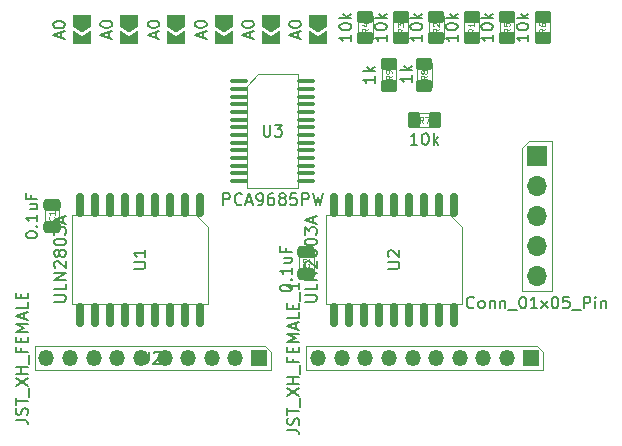
<source format=gbr>
%TF.GenerationSoftware,KiCad,Pcbnew,8.0.4*%
%TF.CreationDate,2024-10-03T15:25:37-05:00*%
%TF.ProjectId,Haptics PWM module,48617074-6963-4732-9050-574d206d6f64,rev?*%
%TF.SameCoordinates,Original*%
%TF.FileFunction,Soldermask,Top*%
%TF.FilePolarity,Negative*%
%FSLAX46Y46*%
G04 Gerber Fmt 4.6, Leading zero omitted, Abs format (unit mm)*
G04 Created by KiCad (PCBNEW 8.0.4) date 2024-10-03 15:25:37*
%MOMM*%
%LPD*%
G01*
G04 APERTURE LIST*
G04 Aperture macros list*
%AMRoundRect*
0 Rectangle with rounded corners*
0 $1 Rounding radius*
0 $2 $3 $4 $5 $6 $7 $8 $9 X,Y pos of 4 corners*
0 Add a 4 corners polygon primitive as box body*
4,1,4,$2,$3,$4,$5,$6,$7,$8,$9,$2,$3,0*
0 Add four circle primitives for the rounded corners*
1,1,$1+$1,$2,$3*
1,1,$1+$1,$4,$5*
1,1,$1+$1,$6,$7*
1,1,$1+$1,$8,$9*
0 Add four rect primitives between the rounded corners*
20,1,$1+$1,$2,$3,$4,$5,0*
20,1,$1+$1,$4,$5,$6,$7,0*
20,1,$1+$1,$6,$7,$8,$9,0*
20,1,$1+$1,$8,$9,$2,$3,0*%
%AMFreePoly0*
4,1,6,1.000000,0.000000,0.500000,-0.750000,-0.500000,-0.750000,-0.500000,0.750000,0.500000,0.750000,1.000000,0.000000,1.000000,0.000000,$1*%
%AMFreePoly1*
4,1,6,0.500000,-0.750000,-0.650000,-0.750000,-0.150000,0.000000,-0.650000,0.750000,0.500000,0.750000,0.500000,-0.750000,0.500000,-0.750000,$1*%
G04 Aperture macros list end*
%ADD10RoundRect,0.150000X-0.150000X0.875000X-0.150000X-0.875000X0.150000X-0.875000X0.150000X0.875000X0*%
%ADD11RoundRect,0.250000X-0.450000X0.262500X-0.450000X-0.262500X0.450000X-0.262500X0.450000X0.262500X0*%
%ADD12R,1.350000X1.350000*%
%ADD13O,1.350000X1.350000*%
%ADD14FreePoly0,270.000000*%
%ADD15FreePoly1,270.000000*%
%ADD16RoundRect,0.250000X-0.262500X-0.450000X0.262500X-0.450000X0.262500X0.450000X-0.262500X0.450000X0*%
%ADD17RoundRect,0.250000X-0.475000X0.250000X-0.475000X-0.250000X0.475000X-0.250000X0.475000X0.250000X0*%
%ADD18RoundRect,0.100000X-0.637500X-0.100000X0.637500X-0.100000X0.637500X0.100000X-0.637500X0.100000X0*%
%ADD19R,1.700000X1.700000*%
%ADD20O,1.700000X1.700000*%
%ADD21C,0.150000*%
%ADD22C,0.080000*%
%ADD23C,0.100000*%
G04 APERTURE END LIST*
D10*
%TO.C,U1*%
X95500000Y-132000000D03*
X94230000Y-132000000D03*
X92960000Y-132000000D03*
X91690000Y-132000000D03*
X90420000Y-132000000D03*
X89150000Y-132000000D03*
X87880000Y-132000000D03*
X86610000Y-132000000D03*
X85340000Y-132000000D03*
X85340000Y-141300000D03*
X86610000Y-141300000D03*
X87880000Y-141300000D03*
X89150000Y-141300000D03*
X90420000Y-141300000D03*
X91690000Y-141300000D03*
X92960000Y-141300000D03*
X94230000Y-141300000D03*
X95500000Y-141300000D03*
%TD*%
D11*
%TO.C,R9*%
X111500000Y-120087500D03*
X111500000Y-121912500D03*
%TD*%
D12*
%TO.C,J3*%
X123500000Y-145000000D03*
D13*
X121500000Y-145000000D03*
X119500000Y-145000000D03*
X117500000Y-145000000D03*
X115500000Y-145000000D03*
X113500000Y-145000000D03*
X111500000Y-145000000D03*
X109500000Y-145000000D03*
X107500000Y-145000000D03*
X105500000Y-145000000D03*
%TD*%
D11*
%TO.C,R5*%
X121500000Y-116087500D03*
X121500000Y-117912500D03*
%TD*%
D14*
%TO.C,A2*%
X97500000Y-116412500D03*
D15*
X97500000Y-117862500D03*
%TD*%
D14*
%TO.C,A0*%
X105500000Y-116412500D03*
D15*
X105500000Y-117862500D03*
%TD*%
D11*
%TO.C,R4*%
X109500000Y-116087500D03*
X109500000Y-117912500D03*
%TD*%
D16*
%TO.C,R7*%
X113585815Y-124830109D03*
X115410815Y-124830109D03*
%TD*%
D11*
%TO.C,R6*%
X124500000Y-116087500D03*
X124500000Y-117912500D03*
%TD*%
D14*
%TO.C,A5*%
X85500000Y-116462500D03*
D15*
X85500000Y-117912500D03*
%TD*%
D12*
%TO.C,J2*%
X100500000Y-145000000D03*
D13*
X98500000Y-145000000D03*
X96500000Y-145000000D03*
X94500000Y-145000000D03*
X92500000Y-145000000D03*
X90500000Y-145000000D03*
X88500000Y-145000000D03*
X86500000Y-145000000D03*
X84500000Y-145000000D03*
X82500000Y-145000000D03*
%TD*%
D11*
%TO.C,R2*%
X115500000Y-116087500D03*
X115500000Y-117912500D03*
%TD*%
D17*
%TO.C,C1*%
X82960000Y-132000000D03*
X82960000Y-133900000D03*
%TD*%
D11*
%TO.C,R1*%
X118500000Y-116087500D03*
X118500000Y-117912500D03*
%TD*%
D14*
%TO.C,A1*%
X101500000Y-116412500D03*
D15*
X101500000Y-117862500D03*
%TD*%
D11*
%TO.C,R8*%
X114500000Y-120087500D03*
X114500000Y-121912500D03*
%TD*%
D18*
%TO.C,U3*%
X98775000Y-121550000D03*
X98775000Y-122200000D03*
X98775000Y-122850000D03*
X98775000Y-123500000D03*
X98775000Y-124150000D03*
X98775000Y-124800000D03*
X98775000Y-125450000D03*
X98775000Y-126100000D03*
X98775000Y-126750000D03*
X98775000Y-127400000D03*
X98775000Y-128050000D03*
X98775000Y-128700000D03*
X98775000Y-129350000D03*
X98775000Y-130000000D03*
X104500000Y-130000000D03*
X104500000Y-129350000D03*
X104500000Y-128700000D03*
X104500000Y-128050000D03*
X104500000Y-127400000D03*
X104500000Y-126750000D03*
X104500000Y-126100000D03*
X104500000Y-125450000D03*
X104500000Y-124800000D03*
X104500000Y-124150000D03*
X104500000Y-123500000D03*
X104500000Y-122850000D03*
X104500000Y-122200000D03*
X104500000Y-121550000D03*
%TD*%
D11*
%TO.C,R3*%
X112500000Y-116087500D03*
X112500000Y-117912500D03*
%TD*%
D10*
%TO.C,U2*%
X117000000Y-132000000D03*
X115730000Y-132000000D03*
X114460000Y-132000000D03*
X113190000Y-132000000D03*
X111920000Y-132000000D03*
X110650000Y-132000000D03*
X109380000Y-132000000D03*
X108110000Y-132000000D03*
X106840000Y-132000000D03*
X106840000Y-141300000D03*
X108110000Y-141300000D03*
X109380000Y-141300000D03*
X110650000Y-141300000D03*
X111920000Y-141300000D03*
X113190000Y-141300000D03*
X114460000Y-141300000D03*
X115730000Y-141300000D03*
X117000000Y-141300000D03*
%TD*%
D14*
%TO.C,A3*%
X93500000Y-116412500D03*
D15*
X93500000Y-117862500D03*
%TD*%
D17*
%TO.C,C2*%
X104500000Y-136000000D03*
X104500000Y-137900000D03*
%TD*%
D19*
%TO.C,J1*%
X124000000Y-127840000D03*
D20*
X124000000Y-130380000D03*
X124000000Y-132920000D03*
X124000000Y-135460000D03*
X124000000Y-138000000D03*
%TD*%
D14*
%TO.C,A4*%
X89500000Y-116412500D03*
D15*
X89500000Y-117862500D03*
%TD*%
D21*
X83154819Y-140197618D02*
X83964342Y-140197618D01*
X83964342Y-140197618D02*
X84059580Y-140149999D01*
X84059580Y-140149999D02*
X84107200Y-140102380D01*
X84107200Y-140102380D02*
X84154819Y-140007142D01*
X84154819Y-140007142D02*
X84154819Y-139816666D01*
X84154819Y-139816666D02*
X84107200Y-139721428D01*
X84107200Y-139721428D02*
X84059580Y-139673809D01*
X84059580Y-139673809D02*
X83964342Y-139626190D01*
X83964342Y-139626190D02*
X83154819Y-139626190D01*
X84154819Y-138673809D02*
X84154819Y-139149999D01*
X84154819Y-139149999D02*
X83154819Y-139149999D01*
X84154819Y-138340475D02*
X83154819Y-138340475D01*
X83154819Y-138340475D02*
X84154819Y-137769047D01*
X84154819Y-137769047D02*
X83154819Y-137769047D01*
X83250057Y-137340475D02*
X83202438Y-137292856D01*
X83202438Y-137292856D02*
X83154819Y-137197618D01*
X83154819Y-137197618D02*
X83154819Y-136959523D01*
X83154819Y-136959523D02*
X83202438Y-136864285D01*
X83202438Y-136864285D02*
X83250057Y-136816666D01*
X83250057Y-136816666D02*
X83345295Y-136769047D01*
X83345295Y-136769047D02*
X83440533Y-136769047D01*
X83440533Y-136769047D02*
X83583390Y-136816666D01*
X83583390Y-136816666D02*
X84154819Y-137388094D01*
X84154819Y-137388094D02*
X84154819Y-136769047D01*
X83583390Y-136197618D02*
X83535771Y-136292856D01*
X83535771Y-136292856D02*
X83488152Y-136340475D01*
X83488152Y-136340475D02*
X83392914Y-136388094D01*
X83392914Y-136388094D02*
X83345295Y-136388094D01*
X83345295Y-136388094D02*
X83250057Y-136340475D01*
X83250057Y-136340475D02*
X83202438Y-136292856D01*
X83202438Y-136292856D02*
X83154819Y-136197618D01*
X83154819Y-136197618D02*
X83154819Y-136007142D01*
X83154819Y-136007142D02*
X83202438Y-135911904D01*
X83202438Y-135911904D02*
X83250057Y-135864285D01*
X83250057Y-135864285D02*
X83345295Y-135816666D01*
X83345295Y-135816666D02*
X83392914Y-135816666D01*
X83392914Y-135816666D02*
X83488152Y-135864285D01*
X83488152Y-135864285D02*
X83535771Y-135911904D01*
X83535771Y-135911904D02*
X83583390Y-136007142D01*
X83583390Y-136007142D02*
X83583390Y-136197618D01*
X83583390Y-136197618D02*
X83631009Y-136292856D01*
X83631009Y-136292856D02*
X83678628Y-136340475D01*
X83678628Y-136340475D02*
X83773866Y-136388094D01*
X83773866Y-136388094D02*
X83964342Y-136388094D01*
X83964342Y-136388094D02*
X84059580Y-136340475D01*
X84059580Y-136340475D02*
X84107200Y-136292856D01*
X84107200Y-136292856D02*
X84154819Y-136197618D01*
X84154819Y-136197618D02*
X84154819Y-136007142D01*
X84154819Y-136007142D02*
X84107200Y-135911904D01*
X84107200Y-135911904D02*
X84059580Y-135864285D01*
X84059580Y-135864285D02*
X83964342Y-135816666D01*
X83964342Y-135816666D02*
X83773866Y-135816666D01*
X83773866Y-135816666D02*
X83678628Y-135864285D01*
X83678628Y-135864285D02*
X83631009Y-135911904D01*
X83631009Y-135911904D02*
X83583390Y-136007142D01*
X83154819Y-135197618D02*
X83154819Y-135102380D01*
X83154819Y-135102380D02*
X83202438Y-135007142D01*
X83202438Y-135007142D02*
X83250057Y-134959523D01*
X83250057Y-134959523D02*
X83345295Y-134911904D01*
X83345295Y-134911904D02*
X83535771Y-134864285D01*
X83535771Y-134864285D02*
X83773866Y-134864285D01*
X83773866Y-134864285D02*
X83964342Y-134911904D01*
X83964342Y-134911904D02*
X84059580Y-134959523D01*
X84059580Y-134959523D02*
X84107200Y-135007142D01*
X84107200Y-135007142D02*
X84154819Y-135102380D01*
X84154819Y-135102380D02*
X84154819Y-135197618D01*
X84154819Y-135197618D02*
X84107200Y-135292856D01*
X84107200Y-135292856D02*
X84059580Y-135340475D01*
X84059580Y-135340475D02*
X83964342Y-135388094D01*
X83964342Y-135388094D02*
X83773866Y-135435713D01*
X83773866Y-135435713D02*
X83535771Y-135435713D01*
X83535771Y-135435713D02*
X83345295Y-135388094D01*
X83345295Y-135388094D02*
X83250057Y-135340475D01*
X83250057Y-135340475D02*
X83202438Y-135292856D01*
X83202438Y-135292856D02*
X83154819Y-135197618D01*
X83154819Y-134530951D02*
X83154819Y-133911904D01*
X83154819Y-133911904D02*
X83535771Y-134245237D01*
X83535771Y-134245237D02*
X83535771Y-134102380D01*
X83535771Y-134102380D02*
X83583390Y-134007142D01*
X83583390Y-134007142D02*
X83631009Y-133959523D01*
X83631009Y-133959523D02*
X83726247Y-133911904D01*
X83726247Y-133911904D02*
X83964342Y-133911904D01*
X83964342Y-133911904D02*
X84059580Y-133959523D01*
X84059580Y-133959523D02*
X84107200Y-134007142D01*
X84107200Y-134007142D02*
X84154819Y-134102380D01*
X84154819Y-134102380D02*
X84154819Y-134388094D01*
X84154819Y-134388094D02*
X84107200Y-134483332D01*
X84107200Y-134483332D02*
X84059580Y-134530951D01*
X83869104Y-133530951D02*
X83869104Y-133054761D01*
X84154819Y-133626189D02*
X83154819Y-133292856D01*
X83154819Y-133292856D02*
X84154819Y-132959523D01*
X89874819Y-137411904D02*
X90684342Y-137411904D01*
X90684342Y-137411904D02*
X90779580Y-137364285D01*
X90779580Y-137364285D02*
X90827200Y-137316666D01*
X90827200Y-137316666D02*
X90874819Y-137221428D01*
X90874819Y-137221428D02*
X90874819Y-137030952D01*
X90874819Y-137030952D02*
X90827200Y-136935714D01*
X90827200Y-136935714D02*
X90779580Y-136888095D01*
X90779580Y-136888095D02*
X90684342Y-136840476D01*
X90684342Y-136840476D02*
X89874819Y-136840476D01*
X90874819Y-135840476D02*
X90874819Y-136411904D01*
X90874819Y-136126190D02*
X89874819Y-136126190D01*
X89874819Y-136126190D02*
X90017676Y-136221428D01*
X90017676Y-136221428D02*
X90112914Y-136316666D01*
X90112914Y-136316666D02*
X90160533Y-136411904D01*
X110304819Y-121119047D02*
X110304819Y-121690475D01*
X110304819Y-121404761D02*
X109304819Y-121404761D01*
X109304819Y-121404761D02*
X109447676Y-121499999D01*
X109447676Y-121499999D02*
X109542914Y-121595237D01*
X109542914Y-121595237D02*
X109590533Y-121690475D01*
X110304819Y-120690475D02*
X109304819Y-120690475D01*
X109923866Y-120595237D02*
X110304819Y-120309523D01*
X109638152Y-120309523D02*
X110019104Y-120690475D01*
D22*
X111727149Y-121083333D02*
X111489054Y-121249999D01*
X111727149Y-121369047D02*
X111227149Y-121369047D01*
X111227149Y-121369047D02*
X111227149Y-121178571D01*
X111227149Y-121178571D02*
X111250959Y-121130952D01*
X111250959Y-121130952D02*
X111274768Y-121107142D01*
X111274768Y-121107142D02*
X111322387Y-121083333D01*
X111322387Y-121083333D02*
X111393816Y-121083333D01*
X111393816Y-121083333D02*
X111441435Y-121107142D01*
X111441435Y-121107142D02*
X111465244Y-121130952D01*
X111465244Y-121130952D02*
X111489054Y-121178571D01*
X111489054Y-121178571D02*
X111489054Y-121369047D01*
X111727149Y-120845237D02*
X111727149Y-120749999D01*
X111727149Y-120749999D02*
X111703340Y-120702380D01*
X111703340Y-120702380D02*
X111679530Y-120678571D01*
X111679530Y-120678571D02*
X111608101Y-120630952D01*
X111608101Y-120630952D02*
X111512863Y-120607142D01*
X111512863Y-120607142D02*
X111322387Y-120607142D01*
X111322387Y-120607142D02*
X111274768Y-120630952D01*
X111274768Y-120630952D02*
X111250959Y-120654761D01*
X111250959Y-120654761D02*
X111227149Y-120702380D01*
X111227149Y-120702380D02*
X111227149Y-120797618D01*
X111227149Y-120797618D02*
X111250959Y-120845237D01*
X111250959Y-120845237D02*
X111274768Y-120869047D01*
X111274768Y-120869047D02*
X111322387Y-120892856D01*
X111322387Y-120892856D02*
X111441435Y-120892856D01*
X111441435Y-120892856D02*
X111489054Y-120869047D01*
X111489054Y-120869047D02*
X111512863Y-120845237D01*
X111512863Y-120845237D02*
X111536673Y-120797618D01*
X111536673Y-120797618D02*
X111536673Y-120702380D01*
X111536673Y-120702380D02*
X111512863Y-120654761D01*
X111512863Y-120654761D02*
X111489054Y-120630952D01*
X111489054Y-120630952D02*
X111441435Y-120607142D01*
D21*
X102894819Y-151071429D02*
X103609104Y-151071429D01*
X103609104Y-151071429D02*
X103751961Y-151119048D01*
X103751961Y-151119048D02*
X103847200Y-151214286D01*
X103847200Y-151214286D02*
X103894819Y-151357143D01*
X103894819Y-151357143D02*
X103894819Y-151452381D01*
X103847200Y-150642857D02*
X103894819Y-150500000D01*
X103894819Y-150500000D02*
X103894819Y-150261905D01*
X103894819Y-150261905D02*
X103847200Y-150166667D01*
X103847200Y-150166667D02*
X103799580Y-150119048D01*
X103799580Y-150119048D02*
X103704342Y-150071429D01*
X103704342Y-150071429D02*
X103609104Y-150071429D01*
X103609104Y-150071429D02*
X103513866Y-150119048D01*
X103513866Y-150119048D02*
X103466247Y-150166667D01*
X103466247Y-150166667D02*
X103418628Y-150261905D01*
X103418628Y-150261905D02*
X103371009Y-150452381D01*
X103371009Y-150452381D02*
X103323390Y-150547619D01*
X103323390Y-150547619D02*
X103275771Y-150595238D01*
X103275771Y-150595238D02*
X103180533Y-150642857D01*
X103180533Y-150642857D02*
X103085295Y-150642857D01*
X103085295Y-150642857D02*
X102990057Y-150595238D01*
X102990057Y-150595238D02*
X102942438Y-150547619D01*
X102942438Y-150547619D02*
X102894819Y-150452381D01*
X102894819Y-150452381D02*
X102894819Y-150214286D01*
X102894819Y-150214286D02*
X102942438Y-150071429D01*
X102894819Y-149785714D02*
X102894819Y-149214286D01*
X103894819Y-149500000D02*
X102894819Y-149500000D01*
X103990057Y-149119048D02*
X103990057Y-148357143D01*
X102894819Y-148214285D02*
X103894819Y-147547619D01*
X102894819Y-147547619D02*
X103894819Y-148214285D01*
X103894819Y-147166666D02*
X102894819Y-147166666D01*
X103371009Y-147166666D02*
X103371009Y-146595238D01*
X103894819Y-146595238D02*
X102894819Y-146595238D01*
X103990057Y-146357143D02*
X103990057Y-145595238D01*
X103371009Y-145023809D02*
X103371009Y-145357142D01*
X103894819Y-145357142D02*
X102894819Y-145357142D01*
X102894819Y-145357142D02*
X102894819Y-144880952D01*
X103371009Y-144499999D02*
X103371009Y-144166666D01*
X103894819Y-144023809D02*
X103894819Y-144499999D01*
X103894819Y-144499999D02*
X102894819Y-144499999D01*
X102894819Y-144499999D02*
X102894819Y-144023809D01*
X103894819Y-143595237D02*
X102894819Y-143595237D01*
X102894819Y-143595237D02*
X103609104Y-143261904D01*
X103609104Y-143261904D02*
X102894819Y-142928571D01*
X102894819Y-142928571D02*
X103894819Y-142928571D01*
X103609104Y-142499999D02*
X103609104Y-142023809D01*
X103894819Y-142595237D02*
X102894819Y-142261904D01*
X102894819Y-142261904D02*
X103894819Y-141928571D01*
X103894819Y-141119047D02*
X103894819Y-141595237D01*
X103894819Y-141595237D02*
X102894819Y-141595237D01*
X103371009Y-140785713D02*
X103371009Y-140452380D01*
X103894819Y-140309523D02*
X103894819Y-140785713D01*
X103894819Y-140785713D02*
X102894819Y-140785713D01*
X102894819Y-140785713D02*
X102894819Y-140309523D01*
X103990057Y-140119047D02*
X103990057Y-139357142D01*
X103894819Y-138595237D02*
X103894819Y-139166665D01*
X103894819Y-138880951D02*
X102894819Y-138880951D01*
X102894819Y-138880951D02*
X103037676Y-138976189D01*
X103037676Y-138976189D02*
X103132914Y-139071427D01*
X103132914Y-139071427D02*
X103180533Y-139166665D01*
X120304819Y-117595238D02*
X120304819Y-118166666D01*
X120304819Y-117880952D02*
X119304819Y-117880952D01*
X119304819Y-117880952D02*
X119447676Y-117976190D01*
X119447676Y-117976190D02*
X119542914Y-118071428D01*
X119542914Y-118071428D02*
X119590533Y-118166666D01*
X119304819Y-116976190D02*
X119304819Y-116880952D01*
X119304819Y-116880952D02*
X119352438Y-116785714D01*
X119352438Y-116785714D02*
X119400057Y-116738095D01*
X119400057Y-116738095D02*
X119495295Y-116690476D01*
X119495295Y-116690476D02*
X119685771Y-116642857D01*
X119685771Y-116642857D02*
X119923866Y-116642857D01*
X119923866Y-116642857D02*
X120114342Y-116690476D01*
X120114342Y-116690476D02*
X120209580Y-116738095D01*
X120209580Y-116738095D02*
X120257200Y-116785714D01*
X120257200Y-116785714D02*
X120304819Y-116880952D01*
X120304819Y-116880952D02*
X120304819Y-116976190D01*
X120304819Y-116976190D02*
X120257200Y-117071428D01*
X120257200Y-117071428D02*
X120209580Y-117119047D01*
X120209580Y-117119047D02*
X120114342Y-117166666D01*
X120114342Y-117166666D02*
X119923866Y-117214285D01*
X119923866Y-117214285D02*
X119685771Y-117214285D01*
X119685771Y-117214285D02*
X119495295Y-117166666D01*
X119495295Y-117166666D02*
X119400057Y-117119047D01*
X119400057Y-117119047D02*
X119352438Y-117071428D01*
X119352438Y-117071428D02*
X119304819Y-116976190D01*
X120304819Y-116214285D02*
X119304819Y-116214285D01*
X119923866Y-116119047D02*
X120304819Y-115833333D01*
X119638152Y-115833333D02*
X120019104Y-116214285D01*
D22*
X121727149Y-117083333D02*
X121489054Y-117249999D01*
X121727149Y-117369047D02*
X121227149Y-117369047D01*
X121227149Y-117369047D02*
X121227149Y-117178571D01*
X121227149Y-117178571D02*
X121250959Y-117130952D01*
X121250959Y-117130952D02*
X121274768Y-117107142D01*
X121274768Y-117107142D02*
X121322387Y-117083333D01*
X121322387Y-117083333D02*
X121393816Y-117083333D01*
X121393816Y-117083333D02*
X121441435Y-117107142D01*
X121441435Y-117107142D02*
X121465244Y-117130952D01*
X121465244Y-117130952D02*
X121489054Y-117178571D01*
X121489054Y-117178571D02*
X121489054Y-117369047D01*
X121227149Y-116630952D02*
X121227149Y-116869047D01*
X121227149Y-116869047D02*
X121465244Y-116892856D01*
X121465244Y-116892856D02*
X121441435Y-116869047D01*
X121441435Y-116869047D02*
X121417625Y-116821428D01*
X121417625Y-116821428D02*
X121417625Y-116702380D01*
X121417625Y-116702380D02*
X121441435Y-116654761D01*
X121441435Y-116654761D02*
X121465244Y-116630952D01*
X121465244Y-116630952D02*
X121512863Y-116607142D01*
X121512863Y-116607142D02*
X121631911Y-116607142D01*
X121631911Y-116607142D02*
X121679530Y-116630952D01*
X121679530Y-116630952D02*
X121703340Y-116654761D01*
X121703340Y-116654761D02*
X121727149Y-116702380D01*
X121727149Y-116702380D02*
X121727149Y-116821428D01*
X121727149Y-116821428D02*
X121703340Y-116869047D01*
X121703340Y-116869047D02*
X121679530Y-116892856D01*
D21*
X95769104Y-117851785D02*
X95769104Y-117375595D01*
X96054819Y-117947023D02*
X95054819Y-117613690D01*
X95054819Y-117613690D02*
X96054819Y-117280357D01*
X95054819Y-116756547D02*
X95054819Y-116661309D01*
X95054819Y-116661309D02*
X95102438Y-116566071D01*
X95102438Y-116566071D02*
X95150057Y-116518452D01*
X95150057Y-116518452D02*
X95245295Y-116470833D01*
X95245295Y-116470833D02*
X95435771Y-116423214D01*
X95435771Y-116423214D02*
X95673866Y-116423214D01*
X95673866Y-116423214D02*
X95864342Y-116470833D01*
X95864342Y-116470833D02*
X95959580Y-116518452D01*
X95959580Y-116518452D02*
X96007200Y-116566071D01*
X96007200Y-116566071D02*
X96054819Y-116661309D01*
X96054819Y-116661309D02*
X96054819Y-116756547D01*
X96054819Y-116756547D02*
X96007200Y-116851785D01*
X96007200Y-116851785D02*
X95959580Y-116899404D01*
X95959580Y-116899404D02*
X95864342Y-116947023D01*
X95864342Y-116947023D02*
X95673866Y-116994642D01*
X95673866Y-116994642D02*
X95435771Y-116994642D01*
X95435771Y-116994642D02*
X95245295Y-116947023D01*
X95245295Y-116947023D02*
X95150057Y-116899404D01*
X95150057Y-116899404D02*
X95102438Y-116851785D01*
X95102438Y-116851785D02*
X95054819Y-116756547D01*
X103769104Y-117851785D02*
X103769104Y-117375595D01*
X104054819Y-117947023D02*
X103054819Y-117613690D01*
X103054819Y-117613690D02*
X104054819Y-117280357D01*
X103054819Y-116756547D02*
X103054819Y-116661309D01*
X103054819Y-116661309D02*
X103102438Y-116566071D01*
X103102438Y-116566071D02*
X103150057Y-116518452D01*
X103150057Y-116518452D02*
X103245295Y-116470833D01*
X103245295Y-116470833D02*
X103435771Y-116423214D01*
X103435771Y-116423214D02*
X103673866Y-116423214D01*
X103673866Y-116423214D02*
X103864342Y-116470833D01*
X103864342Y-116470833D02*
X103959580Y-116518452D01*
X103959580Y-116518452D02*
X104007200Y-116566071D01*
X104007200Y-116566071D02*
X104054819Y-116661309D01*
X104054819Y-116661309D02*
X104054819Y-116756547D01*
X104054819Y-116756547D02*
X104007200Y-116851785D01*
X104007200Y-116851785D02*
X103959580Y-116899404D01*
X103959580Y-116899404D02*
X103864342Y-116947023D01*
X103864342Y-116947023D02*
X103673866Y-116994642D01*
X103673866Y-116994642D02*
X103435771Y-116994642D01*
X103435771Y-116994642D02*
X103245295Y-116947023D01*
X103245295Y-116947023D02*
X103150057Y-116899404D01*
X103150057Y-116899404D02*
X103102438Y-116851785D01*
X103102438Y-116851785D02*
X103054819Y-116756547D01*
X108304819Y-117595238D02*
X108304819Y-118166666D01*
X108304819Y-117880952D02*
X107304819Y-117880952D01*
X107304819Y-117880952D02*
X107447676Y-117976190D01*
X107447676Y-117976190D02*
X107542914Y-118071428D01*
X107542914Y-118071428D02*
X107590533Y-118166666D01*
X107304819Y-116976190D02*
X107304819Y-116880952D01*
X107304819Y-116880952D02*
X107352438Y-116785714D01*
X107352438Y-116785714D02*
X107400057Y-116738095D01*
X107400057Y-116738095D02*
X107495295Y-116690476D01*
X107495295Y-116690476D02*
X107685771Y-116642857D01*
X107685771Y-116642857D02*
X107923866Y-116642857D01*
X107923866Y-116642857D02*
X108114342Y-116690476D01*
X108114342Y-116690476D02*
X108209580Y-116738095D01*
X108209580Y-116738095D02*
X108257200Y-116785714D01*
X108257200Y-116785714D02*
X108304819Y-116880952D01*
X108304819Y-116880952D02*
X108304819Y-116976190D01*
X108304819Y-116976190D02*
X108257200Y-117071428D01*
X108257200Y-117071428D02*
X108209580Y-117119047D01*
X108209580Y-117119047D02*
X108114342Y-117166666D01*
X108114342Y-117166666D02*
X107923866Y-117214285D01*
X107923866Y-117214285D02*
X107685771Y-117214285D01*
X107685771Y-117214285D02*
X107495295Y-117166666D01*
X107495295Y-117166666D02*
X107400057Y-117119047D01*
X107400057Y-117119047D02*
X107352438Y-117071428D01*
X107352438Y-117071428D02*
X107304819Y-116976190D01*
X108304819Y-116214285D02*
X107304819Y-116214285D01*
X107923866Y-116119047D02*
X108304819Y-115833333D01*
X107638152Y-115833333D02*
X108019104Y-116214285D01*
D22*
X109727149Y-117083333D02*
X109489054Y-117249999D01*
X109727149Y-117369047D02*
X109227149Y-117369047D01*
X109227149Y-117369047D02*
X109227149Y-117178571D01*
X109227149Y-117178571D02*
X109250959Y-117130952D01*
X109250959Y-117130952D02*
X109274768Y-117107142D01*
X109274768Y-117107142D02*
X109322387Y-117083333D01*
X109322387Y-117083333D02*
X109393816Y-117083333D01*
X109393816Y-117083333D02*
X109441435Y-117107142D01*
X109441435Y-117107142D02*
X109465244Y-117130952D01*
X109465244Y-117130952D02*
X109489054Y-117178571D01*
X109489054Y-117178571D02*
X109489054Y-117369047D01*
X109393816Y-116654761D02*
X109727149Y-116654761D01*
X109203340Y-116773809D02*
X109560482Y-116892856D01*
X109560482Y-116892856D02*
X109560482Y-116583333D01*
D21*
X113903076Y-126934928D02*
X113331648Y-126934928D01*
X113617362Y-126934928D02*
X113617362Y-125934928D01*
X113617362Y-125934928D02*
X113522124Y-126077785D01*
X113522124Y-126077785D02*
X113426886Y-126173023D01*
X113426886Y-126173023D02*
X113331648Y-126220642D01*
X114522124Y-125934928D02*
X114617362Y-125934928D01*
X114617362Y-125934928D02*
X114712600Y-125982547D01*
X114712600Y-125982547D02*
X114760219Y-126030166D01*
X114760219Y-126030166D02*
X114807838Y-126125404D01*
X114807838Y-126125404D02*
X114855457Y-126315880D01*
X114855457Y-126315880D02*
X114855457Y-126553975D01*
X114855457Y-126553975D02*
X114807838Y-126744451D01*
X114807838Y-126744451D02*
X114760219Y-126839689D01*
X114760219Y-126839689D02*
X114712600Y-126887309D01*
X114712600Y-126887309D02*
X114617362Y-126934928D01*
X114617362Y-126934928D02*
X114522124Y-126934928D01*
X114522124Y-126934928D02*
X114426886Y-126887309D01*
X114426886Y-126887309D02*
X114379267Y-126839689D01*
X114379267Y-126839689D02*
X114331648Y-126744451D01*
X114331648Y-126744451D02*
X114284029Y-126553975D01*
X114284029Y-126553975D02*
X114284029Y-126315880D01*
X114284029Y-126315880D02*
X114331648Y-126125404D01*
X114331648Y-126125404D02*
X114379267Y-126030166D01*
X114379267Y-126030166D02*
X114426886Y-125982547D01*
X114426886Y-125982547D02*
X114522124Y-125934928D01*
X115284029Y-126934928D02*
X115284029Y-125934928D01*
X115379267Y-126553975D02*
X115664981Y-126934928D01*
X115664981Y-126268261D02*
X115284029Y-126649213D01*
D22*
X114414981Y-125057258D02*
X114248315Y-124819163D01*
X114129267Y-125057258D02*
X114129267Y-124557258D01*
X114129267Y-124557258D02*
X114319743Y-124557258D01*
X114319743Y-124557258D02*
X114367362Y-124581068D01*
X114367362Y-124581068D02*
X114391172Y-124604877D01*
X114391172Y-124604877D02*
X114414981Y-124652496D01*
X114414981Y-124652496D02*
X114414981Y-124723925D01*
X114414981Y-124723925D02*
X114391172Y-124771544D01*
X114391172Y-124771544D02*
X114367362Y-124795353D01*
X114367362Y-124795353D02*
X114319743Y-124819163D01*
X114319743Y-124819163D02*
X114129267Y-124819163D01*
X114581648Y-124557258D02*
X114914981Y-124557258D01*
X114914981Y-124557258D02*
X114700696Y-125057258D01*
D21*
X123304819Y-117595238D02*
X123304819Y-118166666D01*
X123304819Y-117880952D02*
X122304819Y-117880952D01*
X122304819Y-117880952D02*
X122447676Y-117976190D01*
X122447676Y-117976190D02*
X122542914Y-118071428D01*
X122542914Y-118071428D02*
X122590533Y-118166666D01*
X122304819Y-116976190D02*
X122304819Y-116880952D01*
X122304819Y-116880952D02*
X122352438Y-116785714D01*
X122352438Y-116785714D02*
X122400057Y-116738095D01*
X122400057Y-116738095D02*
X122495295Y-116690476D01*
X122495295Y-116690476D02*
X122685771Y-116642857D01*
X122685771Y-116642857D02*
X122923866Y-116642857D01*
X122923866Y-116642857D02*
X123114342Y-116690476D01*
X123114342Y-116690476D02*
X123209580Y-116738095D01*
X123209580Y-116738095D02*
X123257200Y-116785714D01*
X123257200Y-116785714D02*
X123304819Y-116880952D01*
X123304819Y-116880952D02*
X123304819Y-116976190D01*
X123304819Y-116976190D02*
X123257200Y-117071428D01*
X123257200Y-117071428D02*
X123209580Y-117119047D01*
X123209580Y-117119047D02*
X123114342Y-117166666D01*
X123114342Y-117166666D02*
X122923866Y-117214285D01*
X122923866Y-117214285D02*
X122685771Y-117214285D01*
X122685771Y-117214285D02*
X122495295Y-117166666D01*
X122495295Y-117166666D02*
X122400057Y-117119047D01*
X122400057Y-117119047D02*
X122352438Y-117071428D01*
X122352438Y-117071428D02*
X122304819Y-116976190D01*
X123304819Y-116214285D02*
X122304819Y-116214285D01*
X122923866Y-116119047D02*
X123304819Y-115833333D01*
X122638152Y-115833333D02*
X123019104Y-116214285D01*
D22*
X124727149Y-117083333D02*
X124489054Y-117249999D01*
X124727149Y-117369047D02*
X124227149Y-117369047D01*
X124227149Y-117369047D02*
X124227149Y-117178571D01*
X124227149Y-117178571D02*
X124250959Y-117130952D01*
X124250959Y-117130952D02*
X124274768Y-117107142D01*
X124274768Y-117107142D02*
X124322387Y-117083333D01*
X124322387Y-117083333D02*
X124393816Y-117083333D01*
X124393816Y-117083333D02*
X124441435Y-117107142D01*
X124441435Y-117107142D02*
X124465244Y-117130952D01*
X124465244Y-117130952D02*
X124489054Y-117178571D01*
X124489054Y-117178571D02*
X124489054Y-117369047D01*
X124227149Y-116654761D02*
X124227149Y-116749999D01*
X124227149Y-116749999D02*
X124250959Y-116797618D01*
X124250959Y-116797618D02*
X124274768Y-116821428D01*
X124274768Y-116821428D02*
X124346197Y-116869047D01*
X124346197Y-116869047D02*
X124441435Y-116892856D01*
X124441435Y-116892856D02*
X124631911Y-116892856D01*
X124631911Y-116892856D02*
X124679530Y-116869047D01*
X124679530Y-116869047D02*
X124703340Y-116845237D01*
X124703340Y-116845237D02*
X124727149Y-116797618D01*
X124727149Y-116797618D02*
X124727149Y-116702380D01*
X124727149Y-116702380D02*
X124703340Y-116654761D01*
X124703340Y-116654761D02*
X124679530Y-116630952D01*
X124679530Y-116630952D02*
X124631911Y-116607142D01*
X124631911Y-116607142D02*
X124512863Y-116607142D01*
X124512863Y-116607142D02*
X124465244Y-116630952D01*
X124465244Y-116630952D02*
X124441435Y-116654761D01*
X124441435Y-116654761D02*
X124417625Y-116702380D01*
X124417625Y-116702380D02*
X124417625Y-116797618D01*
X124417625Y-116797618D02*
X124441435Y-116845237D01*
X124441435Y-116845237D02*
X124465244Y-116869047D01*
X124465244Y-116869047D02*
X124512863Y-116892856D01*
D21*
X83769104Y-117901785D02*
X83769104Y-117425595D01*
X84054819Y-117997023D02*
X83054819Y-117663690D01*
X83054819Y-117663690D02*
X84054819Y-117330357D01*
X83054819Y-116806547D02*
X83054819Y-116711309D01*
X83054819Y-116711309D02*
X83102438Y-116616071D01*
X83102438Y-116616071D02*
X83150057Y-116568452D01*
X83150057Y-116568452D02*
X83245295Y-116520833D01*
X83245295Y-116520833D02*
X83435771Y-116473214D01*
X83435771Y-116473214D02*
X83673866Y-116473214D01*
X83673866Y-116473214D02*
X83864342Y-116520833D01*
X83864342Y-116520833D02*
X83959580Y-116568452D01*
X83959580Y-116568452D02*
X84007200Y-116616071D01*
X84007200Y-116616071D02*
X84054819Y-116711309D01*
X84054819Y-116711309D02*
X84054819Y-116806547D01*
X84054819Y-116806547D02*
X84007200Y-116901785D01*
X84007200Y-116901785D02*
X83959580Y-116949404D01*
X83959580Y-116949404D02*
X83864342Y-116997023D01*
X83864342Y-116997023D02*
X83673866Y-117044642D01*
X83673866Y-117044642D02*
X83435771Y-117044642D01*
X83435771Y-117044642D02*
X83245295Y-116997023D01*
X83245295Y-116997023D02*
X83150057Y-116949404D01*
X83150057Y-116949404D02*
X83102438Y-116901785D01*
X83102438Y-116901785D02*
X83054819Y-116806547D01*
X79894819Y-150214286D02*
X80609104Y-150214286D01*
X80609104Y-150214286D02*
X80751961Y-150261905D01*
X80751961Y-150261905D02*
X80847200Y-150357143D01*
X80847200Y-150357143D02*
X80894819Y-150500000D01*
X80894819Y-150500000D02*
X80894819Y-150595238D01*
X80847200Y-149785714D02*
X80894819Y-149642857D01*
X80894819Y-149642857D02*
X80894819Y-149404762D01*
X80894819Y-149404762D02*
X80847200Y-149309524D01*
X80847200Y-149309524D02*
X80799580Y-149261905D01*
X80799580Y-149261905D02*
X80704342Y-149214286D01*
X80704342Y-149214286D02*
X80609104Y-149214286D01*
X80609104Y-149214286D02*
X80513866Y-149261905D01*
X80513866Y-149261905D02*
X80466247Y-149309524D01*
X80466247Y-149309524D02*
X80418628Y-149404762D01*
X80418628Y-149404762D02*
X80371009Y-149595238D01*
X80371009Y-149595238D02*
X80323390Y-149690476D01*
X80323390Y-149690476D02*
X80275771Y-149738095D01*
X80275771Y-149738095D02*
X80180533Y-149785714D01*
X80180533Y-149785714D02*
X80085295Y-149785714D01*
X80085295Y-149785714D02*
X79990057Y-149738095D01*
X79990057Y-149738095D02*
X79942438Y-149690476D01*
X79942438Y-149690476D02*
X79894819Y-149595238D01*
X79894819Y-149595238D02*
X79894819Y-149357143D01*
X79894819Y-149357143D02*
X79942438Y-149214286D01*
X79894819Y-148928571D02*
X79894819Y-148357143D01*
X80894819Y-148642857D02*
X79894819Y-148642857D01*
X80990057Y-148261905D02*
X80990057Y-147500000D01*
X79894819Y-147357142D02*
X80894819Y-146690476D01*
X79894819Y-146690476D02*
X80894819Y-147357142D01*
X80894819Y-146309523D02*
X79894819Y-146309523D01*
X80371009Y-146309523D02*
X80371009Y-145738095D01*
X80894819Y-145738095D02*
X79894819Y-145738095D01*
X80990057Y-145500000D02*
X80990057Y-144738095D01*
X80371009Y-144166666D02*
X80371009Y-144499999D01*
X80894819Y-144499999D02*
X79894819Y-144499999D01*
X79894819Y-144499999D02*
X79894819Y-144023809D01*
X80371009Y-143642856D02*
X80371009Y-143309523D01*
X80894819Y-143166666D02*
X80894819Y-143642856D01*
X80894819Y-143642856D02*
X79894819Y-143642856D01*
X79894819Y-143642856D02*
X79894819Y-143166666D01*
X80894819Y-142738094D02*
X79894819Y-142738094D01*
X79894819Y-142738094D02*
X80609104Y-142404761D01*
X80609104Y-142404761D02*
X79894819Y-142071428D01*
X79894819Y-142071428D02*
X80894819Y-142071428D01*
X80609104Y-141642856D02*
X80609104Y-141166666D01*
X80894819Y-141738094D02*
X79894819Y-141404761D01*
X79894819Y-141404761D02*
X80894819Y-141071428D01*
X80894819Y-140261904D02*
X80894819Y-140738094D01*
X80894819Y-140738094D02*
X79894819Y-140738094D01*
X80371009Y-139928570D02*
X80371009Y-139595237D01*
X80894819Y-139452380D02*
X80894819Y-139928570D01*
X80894819Y-139928570D02*
X79894819Y-139928570D01*
X79894819Y-139928570D02*
X79894819Y-139452380D01*
X91166666Y-144454819D02*
X91166666Y-145169104D01*
X91166666Y-145169104D02*
X91119047Y-145311961D01*
X91119047Y-145311961D02*
X91023809Y-145407200D01*
X91023809Y-145407200D02*
X90880952Y-145454819D01*
X90880952Y-145454819D02*
X90785714Y-145454819D01*
X91595238Y-144550057D02*
X91642857Y-144502438D01*
X91642857Y-144502438D02*
X91738095Y-144454819D01*
X91738095Y-144454819D02*
X91976190Y-144454819D01*
X91976190Y-144454819D02*
X92071428Y-144502438D01*
X92071428Y-144502438D02*
X92119047Y-144550057D01*
X92119047Y-144550057D02*
X92166666Y-144645295D01*
X92166666Y-144645295D02*
X92166666Y-144740533D01*
X92166666Y-144740533D02*
X92119047Y-144883390D01*
X92119047Y-144883390D02*
X91547619Y-145454819D01*
X91547619Y-145454819D02*
X92166666Y-145454819D01*
X114304819Y-117595238D02*
X114304819Y-118166666D01*
X114304819Y-117880952D02*
X113304819Y-117880952D01*
X113304819Y-117880952D02*
X113447676Y-117976190D01*
X113447676Y-117976190D02*
X113542914Y-118071428D01*
X113542914Y-118071428D02*
X113590533Y-118166666D01*
X113304819Y-116976190D02*
X113304819Y-116880952D01*
X113304819Y-116880952D02*
X113352438Y-116785714D01*
X113352438Y-116785714D02*
X113400057Y-116738095D01*
X113400057Y-116738095D02*
X113495295Y-116690476D01*
X113495295Y-116690476D02*
X113685771Y-116642857D01*
X113685771Y-116642857D02*
X113923866Y-116642857D01*
X113923866Y-116642857D02*
X114114342Y-116690476D01*
X114114342Y-116690476D02*
X114209580Y-116738095D01*
X114209580Y-116738095D02*
X114257200Y-116785714D01*
X114257200Y-116785714D02*
X114304819Y-116880952D01*
X114304819Y-116880952D02*
X114304819Y-116976190D01*
X114304819Y-116976190D02*
X114257200Y-117071428D01*
X114257200Y-117071428D02*
X114209580Y-117119047D01*
X114209580Y-117119047D02*
X114114342Y-117166666D01*
X114114342Y-117166666D02*
X113923866Y-117214285D01*
X113923866Y-117214285D02*
X113685771Y-117214285D01*
X113685771Y-117214285D02*
X113495295Y-117166666D01*
X113495295Y-117166666D02*
X113400057Y-117119047D01*
X113400057Y-117119047D02*
X113352438Y-117071428D01*
X113352438Y-117071428D02*
X113304819Y-116976190D01*
X114304819Y-116214285D02*
X113304819Y-116214285D01*
X113923866Y-116119047D02*
X114304819Y-115833333D01*
X113638152Y-115833333D02*
X114019104Y-116214285D01*
D22*
X115727149Y-117083333D02*
X115489054Y-117249999D01*
X115727149Y-117369047D02*
X115227149Y-117369047D01*
X115227149Y-117369047D02*
X115227149Y-117178571D01*
X115227149Y-117178571D02*
X115250959Y-117130952D01*
X115250959Y-117130952D02*
X115274768Y-117107142D01*
X115274768Y-117107142D02*
X115322387Y-117083333D01*
X115322387Y-117083333D02*
X115393816Y-117083333D01*
X115393816Y-117083333D02*
X115441435Y-117107142D01*
X115441435Y-117107142D02*
X115465244Y-117130952D01*
X115465244Y-117130952D02*
X115489054Y-117178571D01*
X115489054Y-117178571D02*
X115489054Y-117369047D01*
X115274768Y-116892856D02*
X115250959Y-116869047D01*
X115250959Y-116869047D02*
X115227149Y-116821428D01*
X115227149Y-116821428D02*
X115227149Y-116702380D01*
X115227149Y-116702380D02*
X115250959Y-116654761D01*
X115250959Y-116654761D02*
X115274768Y-116630952D01*
X115274768Y-116630952D02*
X115322387Y-116607142D01*
X115322387Y-116607142D02*
X115370006Y-116607142D01*
X115370006Y-116607142D02*
X115441435Y-116630952D01*
X115441435Y-116630952D02*
X115727149Y-116916666D01*
X115727149Y-116916666D02*
X115727149Y-116607142D01*
D21*
X80734819Y-134592856D02*
X80734819Y-134497618D01*
X80734819Y-134497618D02*
X80782438Y-134402380D01*
X80782438Y-134402380D02*
X80830057Y-134354761D01*
X80830057Y-134354761D02*
X80925295Y-134307142D01*
X80925295Y-134307142D02*
X81115771Y-134259523D01*
X81115771Y-134259523D02*
X81353866Y-134259523D01*
X81353866Y-134259523D02*
X81544342Y-134307142D01*
X81544342Y-134307142D02*
X81639580Y-134354761D01*
X81639580Y-134354761D02*
X81687200Y-134402380D01*
X81687200Y-134402380D02*
X81734819Y-134497618D01*
X81734819Y-134497618D02*
X81734819Y-134592856D01*
X81734819Y-134592856D02*
X81687200Y-134688094D01*
X81687200Y-134688094D02*
X81639580Y-134735713D01*
X81639580Y-134735713D02*
X81544342Y-134783332D01*
X81544342Y-134783332D02*
X81353866Y-134830951D01*
X81353866Y-134830951D02*
X81115771Y-134830951D01*
X81115771Y-134830951D02*
X80925295Y-134783332D01*
X80925295Y-134783332D02*
X80830057Y-134735713D01*
X80830057Y-134735713D02*
X80782438Y-134688094D01*
X80782438Y-134688094D02*
X80734819Y-134592856D01*
X81639580Y-133830951D02*
X81687200Y-133783332D01*
X81687200Y-133783332D02*
X81734819Y-133830951D01*
X81734819Y-133830951D02*
X81687200Y-133878570D01*
X81687200Y-133878570D02*
X81639580Y-133830951D01*
X81639580Y-133830951D02*
X81734819Y-133830951D01*
X81734819Y-132830952D02*
X81734819Y-133402380D01*
X81734819Y-133116666D02*
X80734819Y-133116666D01*
X80734819Y-133116666D02*
X80877676Y-133211904D01*
X80877676Y-133211904D02*
X80972914Y-133307142D01*
X80972914Y-133307142D02*
X81020533Y-133402380D01*
X81068152Y-131973809D02*
X81734819Y-131973809D01*
X81068152Y-132402380D02*
X81591961Y-132402380D01*
X81591961Y-132402380D02*
X81687200Y-132354761D01*
X81687200Y-132354761D02*
X81734819Y-132259523D01*
X81734819Y-132259523D02*
X81734819Y-132116666D01*
X81734819Y-132116666D02*
X81687200Y-132021428D01*
X81687200Y-132021428D02*
X81639580Y-131973809D01*
X81211009Y-131164285D02*
X81211009Y-131497618D01*
X81734819Y-131497618D02*
X80734819Y-131497618D01*
X80734819Y-131497618D02*
X80734819Y-131021428D01*
D22*
X83139530Y-133033333D02*
X83163340Y-133057142D01*
X83163340Y-133057142D02*
X83187149Y-133128571D01*
X83187149Y-133128571D02*
X83187149Y-133176190D01*
X83187149Y-133176190D02*
X83163340Y-133247618D01*
X83163340Y-133247618D02*
X83115720Y-133295237D01*
X83115720Y-133295237D02*
X83068101Y-133319047D01*
X83068101Y-133319047D02*
X82972863Y-133342856D01*
X82972863Y-133342856D02*
X82901435Y-133342856D01*
X82901435Y-133342856D02*
X82806197Y-133319047D01*
X82806197Y-133319047D02*
X82758578Y-133295237D01*
X82758578Y-133295237D02*
X82710959Y-133247618D01*
X82710959Y-133247618D02*
X82687149Y-133176190D01*
X82687149Y-133176190D02*
X82687149Y-133128571D01*
X82687149Y-133128571D02*
X82710959Y-133057142D01*
X82710959Y-133057142D02*
X82734768Y-133033333D01*
X83187149Y-132557142D02*
X83187149Y-132842856D01*
X83187149Y-132699999D02*
X82687149Y-132699999D01*
X82687149Y-132699999D02*
X82758578Y-132747618D01*
X82758578Y-132747618D02*
X82806197Y-132795237D01*
X82806197Y-132795237D02*
X82830006Y-132842856D01*
D21*
X117304819Y-117595238D02*
X117304819Y-118166666D01*
X117304819Y-117880952D02*
X116304819Y-117880952D01*
X116304819Y-117880952D02*
X116447676Y-117976190D01*
X116447676Y-117976190D02*
X116542914Y-118071428D01*
X116542914Y-118071428D02*
X116590533Y-118166666D01*
X116304819Y-116976190D02*
X116304819Y-116880952D01*
X116304819Y-116880952D02*
X116352438Y-116785714D01*
X116352438Y-116785714D02*
X116400057Y-116738095D01*
X116400057Y-116738095D02*
X116495295Y-116690476D01*
X116495295Y-116690476D02*
X116685771Y-116642857D01*
X116685771Y-116642857D02*
X116923866Y-116642857D01*
X116923866Y-116642857D02*
X117114342Y-116690476D01*
X117114342Y-116690476D02*
X117209580Y-116738095D01*
X117209580Y-116738095D02*
X117257200Y-116785714D01*
X117257200Y-116785714D02*
X117304819Y-116880952D01*
X117304819Y-116880952D02*
X117304819Y-116976190D01*
X117304819Y-116976190D02*
X117257200Y-117071428D01*
X117257200Y-117071428D02*
X117209580Y-117119047D01*
X117209580Y-117119047D02*
X117114342Y-117166666D01*
X117114342Y-117166666D02*
X116923866Y-117214285D01*
X116923866Y-117214285D02*
X116685771Y-117214285D01*
X116685771Y-117214285D02*
X116495295Y-117166666D01*
X116495295Y-117166666D02*
X116400057Y-117119047D01*
X116400057Y-117119047D02*
X116352438Y-117071428D01*
X116352438Y-117071428D02*
X116304819Y-116976190D01*
X117304819Y-116214285D02*
X116304819Y-116214285D01*
X116923866Y-116119047D02*
X117304819Y-115833333D01*
X116638152Y-115833333D02*
X117019104Y-116214285D01*
D22*
X118727149Y-117083333D02*
X118489054Y-117249999D01*
X118727149Y-117369047D02*
X118227149Y-117369047D01*
X118227149Y-117369047D02*
X118227149Y-117178571D01*
X118227149Y-117178571D02*
X118250959Y-117130952D01*
X118250959Y-117130952D02*
X118274768Y-117107142D01*
X118274768Y-117107142D02*
X118322387Y-117083333D01*
X118322387Y-117083333D02*
X118393816Y-117083333D01*
X118393816Y-117083333D02*
X118441435Y-117107142D01*
X118441435Y-117107142D02*
X118465244Y-117130952D01*
X118465244Y-117130952D02*
X118489054Y-117178571D01*
X118489054Y-117178571D02*
X118489054Y-117369047D01*
X118727149Y-116607142D02*
X118727149Y-116892856D01*
X118727149Y-116749999D02*
X118227149Y-116749999D01*
X118227149Y-116749999D02*
X118298578Y-116797618D01*
X118298578Y-116797618D02*
X118346197Y-116845237D01*
X118346197Y-116845237D02*
X118370006Y-116892856D01*
D21*
X99769104Y-117851785D02*
X99769104Y-117375595D01*
X100054819Y-117947023D02*
X99054819Y-117613690D01*
X99054819Y-117613690D02*
X100054819Y-117280357D01*
X99054819Y-116756547D02*
X99054819Y-116661309D01*
X99054819Y-116661309D02*
X99102438Y-116566071D01*
X99102438Y-116566071D02*
X99150057Y-116518452D01*
X99150057Y-116518452D02*
X99245295Y-116470833D01*
X99245295Y-116470833D02*
X99435771Y-116423214D01*
X99435771Y-116423214D02*
X99673866Y-116423214D01*
X99673866Y-116423214D02*
X99864342Y-116470833D01*
X99864342Y-116470833D02*
X99959580Y-116518452D01*
X99959580Y-116518452D02*
X100007200Y-116566071D01*
X100007200Y-116566071D02*
X100054819Y-116661309D01*
X100054819Y-116661309D02*
X100054819Y-116756547D01*
X100054819Y-116756547D02*
X100007200Y-116851785D01*
X100007200Y-116851785D02*
X99959580Y-116899404D01*
X99959580Y-116899404D02*
X99864342Y-116947023D01*
X99864342Y-116947023D02*
X99673866Y-116994642D01*
X99673866Y-116994642D02*
X99435771Y-116994642D01*
X99435771Y-116994642D02*
X99245295Y-116947023D01*
X99245295Y-116947023D02*
X99150057Y-116899404D01*
X99150057Y-116899404D02*
X99102438Y-116851785D01*
X99102438Y-116851785D02*
X99054819Y-116756547D01*
X113454819Y-121031547D02*
X113454819Y-121602975D01*
X113454819Y-121317261D02*
X112454819Y-121317261D01*
X112454819Y-121317261D02*
X112597676Y-121412499D01*
X112597676Y-121412499D02*
X112692914Y-121507737D01*
X112692914Y-121507737D02*
X112740533Y-121602975D01*
X113454819Y-120602975D02*
X112454819Y-120602975D01*
X113073866Y-120507737D02*
X113454819Y-120222023D01*
X112788152Y-120222023D02*
X113169104Y-120602975D01*
D22*
X114727149Y-121083333D02*
X114489054Y-121249999D01*
X114727149Y-121369047D02*
X114227149Y-121369047D01*
X114227149Y-121369047D02*
X114227149Y-121178571D01*
X114227149Y-121178571D02*
X114250959Y-121130952D01*
X114250959Y-121130952D02*
X114274768Y-121107142D01*
X114274768Y-121107142D02*
X114322387Y-121083333D01*
X114322387Y-121083333D02*
X114393816Y-121083333D01*
X114393816Y-121083333D02*
X114441435Y-121107142D01*
X114441435Y-121107142D02*
X114465244Y-121130952D01*
X114465244Y-121130952D02*
X114489054Y-121178571D01*
X114489054Y-121178571D02*
X114489054Y-121369047D01*
X114441435Y-120797618D02*
X114417625Y-120845237D01*
X114417625Y-120845237D02*
X114393816Y-120869047D01*
X114393816Y-120869047D02*
X114346197Y-120892856D01*
X114346197Y-120892856D02*
X114322387Y-120892856D01*
X114322387Y-120892856D02*
X114274768Y-120869047D01*
X114274768Y-120869047D02*
X114250959Y-120845237D01*
X114250959Y-120845237D02*
X114227149Y-120797618D01*
X114227149Y-120797618D02*
X114227149Y-120702380D01*
X114227149Y-120702380D02*
X114250959Y-120654761D01*
X114250959Y-120654761D02*
X114274768Y-120630952D01*
X114274768Y-120630952D02*
X114322387Y-120607142D01*
X114322387Y-120607142D02*
X114346197Y-120607142D01*
X114346197Y-120607142D02*
X114393816Y-120630952D01*
X114393816Y-120630952D02*
X114417625Y-120654761D01*
X114417625Y-120654761D02*
X114441435Y-120702380D01*
X114441435Y-120702380D02*
X114441435Y-120797618D01*
X114441435Y-120797618D02*
X114465244Y-120845237D01*
X114465244Y-120845237D02*
X114489054Y-120869047D01*
X114489054Y-120869047D02*
X114536673Y-120892856D01*
X114536673Y-120892856D02*
X114631911Y-120892856D01*
X114631911Y-120892856D02*
X114679530Y-120869047D01*
X114679530Y-120869047D02*
X114703340Y-120845237D01*
X114703340Y-120845237D02*
X114727149Y-120797618D01*
X114727149Y-120797618D02*
X114727149Y-120702380D01*
X114727149Y-120702380D02*
X114703340Y-120654761D01*
X114703340Y-120654761D02*
X114679530Y-120630952D01*
X114679530Y-120630952D02*
X114631911Y-120607142D01*
X114631911Y-120607142D02*
X114536673Y-120607142D01*
X114536673Y-120607142D02*
X114489054Y-120630952D01*
X114489054Y-120630952D02*
X114465244Y-120654761D01*
X114465244Y-120654761D02*
X114441435Y-120702380D01*
D21*
X97470833Y-132029819D02*
X97470833Y-131029819D01*
X97470833Y-131029819D02*
X97851785Y-131029819D01*
X97851785Y-131029819D02*
X97947023Y-131077438D01*
X97947023Y-131077438D02*
X97994642Y-131125057D01*
X97994642Y-131125057D02*
X98042261Y-131220295D01*
X98042261Y-131220295D02*
X98042261Y-131363152D01*
X98042261Y-131363152D02*
X97994642Y-131458390D01*
X97994642Y-131458390D02*
X97947023Y-131506009D01*
X97947023Y-131506009D02*
X97851785Y-131553628D01*
X97851785Y-131553628D02*
X97470833Y-131553628D01*
X99042261Y-131934580D02*
X98994642Y-131982200D01*
X98994642Y-131982200D02*
X98851785Y-132029819D01*
X98851785Y-132029819D02*
X98756547Y-132029819D01*
X98756547Y-132029819D02*
X98613690Y-131982200D01*
X98613690Y-131982200D02*
X98518452Y-131886961D01*
X98518452Y-131886961D02*
X98470833Y-131791723D01*
X98470833Y-131791723D02*
X98423214Y-131601247D01*
X98423214Y-131601247D02*
X98423214Y-131458390D01*
X98423214Y-131458390D02*
X98470833Y-131267914D01*
X98470833Y-131267914D02*
X98518452Y-131172676D01*
X98518452Y-131172676D02*
X98613690Y-131077438D01*
X98613690Y-131077438D02*
X98756547Y-131029819D01*
X98756547Y-131029819D02*
X98851785Y-131029819D01*
X98851785Y-131029819D02*
X98994642Y-131077438D01*
X98994642Y-131077438D02*
X99042261Y-131125057D01*
X99423214Y-131744104D02*
X99899404Y-131744104D01*
X99327976Y-132029819D02*
X99661309Y-131029819D01*
X99661309Y-131029819D02*
X99994642Y-132029819D01*
X100375595Y-132029819D02*
X100566071Y-132029819D01*
X100566071Y-132029819D02*
X100661309Y-131982200D01*
X100661309Y-131982200D02*
X100708928Y-131934580D01*
X100708928Y-131934580D02*
X100804166Y-131791723D01*
X100804166Y-131791723D02*
X100851785Y-131601247D01*
X100851785Y-131601247D02*
X100851785Y-131220295D01*
X100851785Y-131220295D02*
X100804166Y-131125057D01*
X100804166Y-131125057D02*
X100756547Y-131077438D01*
X100756547Y-131077438D02*
X100661309Y-131029819D01*
X100661309Y-131029819D02*
X100470833Y-131029819D01*
X100470833Y-131029819D02*
X100375595Y-131077438D01*
X100375595Y-131077438D02*
X100327976Y-131125057D01*
X100327976Y-131125057D02*
X100280357Y-131220295D01*
X100280357Y-131220295D02*
X100280357Y-131458390D01*
X100280357Y-131458390D02*
X100327976Y-131553628D01*
X100327976Y-131553628D02*
X100375595Y-131601247D01*
X100375595Y-131601247D02*
X100470833Y-131648866D01*
X100470833Y-131648866D02*
X100661309Y-131648866D01*
X100661309Y-131648866D02*
X100756547Y-131601247D01*
X100756547Y-131601247D02*
X100804166Y-131553628D01*
X100804166Y-131553628D02*
X100851785Y-131458390D01*
X101708928Y-131029819D02*
X101518452Y-131029819D01*
X101518452Y-131029819D02*
X101423214Y-131077438D01*
X101423214Y-131077438D02*
X101375595Y-131125057D01*
X101375595Y-131125057D02*
X101280357Y-131267914D01*
X101280357Y-131267914D02*
X101232738Y-131458390D01*
X101232738Y-131458390D02*
X101232738Y-131839342D01*
X101232738Y-131839342D02*
X101280357Y-131934580D01*
X101280357Y-131934580D02*
X101327976Y-131982200D01*
X101327976Y-131982200D02*
X101423214Y-132029819D01*
X101423214Y-132029819D02*
X101613690Y-132029819D01*
X101613690Y-132029819D02*
X101708928Y-131982200D01*
X101708928Y-131982200D02*
X101756547Y-131934580D01*
X101756547Y-131934580D02*
X101804166Y-131839342D01*
X101804166Y-131839342D02*
X101804166Y-131601247D01*
X101804166Y-131601247D02*
X101756547Y-131506009D01*
X101756547Y-131506009D02*
X101708928Y-131458390D01*
X101708928Y-131458390D02*
X101613690Y-131410771D01*
X101613690Y-131410771D02*
X101423214Y-131410771D01*
X101423214Y-131410771D02*
X101327976Y-131458390D01*
X101327976Y-131458390D02*
X101280357Y-131506009D01*
X101280357Y-131506009D02*
X101232738Y-131601247D01*
X102375595Y-131458390D02*
X102280357Y-131410771D01*
X102280357Y-131410771D02*
X102232738Y-131363152D01*
X102232738Y-131363152D02*
X102185119Y-131267914D01*
X102185119Y-131267914D02*
X102185119Y-131220295D01*
X102185119Y-131220295D02*
X102232738Y-131125057D01*
X102232738Y-131125057D02*
X102280357Y-131077438D01*
X102280357Y-131077438D02*
X102375595Y-131029819D01*
X102375595Y-131029819D02*
X102566071Y-131029819D01*
X102566071Y-131029819D02*
X102661309Y-131077438D01*
X102661309Y-131077438D02*
X102708928Y-131125057D01*
X102708928Y-131125057D02*
X102756547Y-131220295D01*
X102756547Y-131220295D02*
X102756547Y-131267914D01*
X102756547Y-131267914D02*
X102708928Y-131363152D01*
X102708928Y-131363152D02*
X102661309Y-131410771D01*
X102661309Y-131410771D02*
X102566071Y-131458390D01*
X102566071Y-131458390D02*
X102375595Y-131458390D01*
X102375595Y-131458390D02*
X102280357Y-131506009D01*
X102280357Y-131506009D02*
X102232738Y-131553628D01*
X102232738Y-131553628D02*
X102185119Y-131648866D01*
X102185119Y-131648866D02*
X102185119Y-131839342D01*
X102185119Y-131839342D02*
X102232738Y-131934580D01*
X102232738Y-131934580D02*
X102280357Y-131982200D01*
X102280357Y-131982200D02*
X102375595Y-132029819D01*
X102375595Y-132029819D02*
X102566071Y-132029819D01*
X102566071Y-132029819D02*
X102661309Y-131982200D01*
X102661309Y-131982200D02*
X102708928Y-131934580D01*
X102708928Y-131934580D02*
X102756547Y-131839342D01*
X102756547Y-131839342D02*
X102756547Y-131648866D01*
X102756547Y-131648866D02*
X102708928Y-131553628D01*
X102708928Y-131553628D02*
X102661309Y-131506009D01*
X102661309Y-131506009D02*
X102566071Y-131458390D01*
X103661309Y-131029819D02*
X103185119Y-131029819D01*
X103185119Y-131029819D02*
X103137500Y-131506009D01*
X103137500Y-131506009D02*
X103185119Y-131458390D01*
X103185119Y-131458390D02*
X103280357Y-131410771D01*
X103280357Y-131410771D02*
X103518452Y-131410771D01*
X103518452Y-131410771D02*
X103613690Y-131458390D01*
X103613690Y-131458390D02*
X103661309Y-131506009D01*
X103661309Y-131506009D02*
X103708928Y-131601247D01*
X103708928Y-131601247D02*
X103708928Y-131839342D01*
X103708928Y-131839342D02*
X103661309Y-131934580D01*
X103661309Y-131934580D02*
X103613690Y-131982200D01*
X103613690Y-131982200D02*
X103518452Y-132029819D01*
X103518452Y-132029819D02*
X103280357Y-132029819D01*
X103280357Y-132029819D02*
X103185119Y-131982200D01*
X103185119Y-131982200D02*
X103137500Y-131934580D01*
X104137500Y-132029819D02*
X104137500Y-131029819D01*
X104137500Y-131029819D02*
X104518452Y-131029819D01*
X104518452Y-131029819D02*
X104613690Y-131077438D01*
X104613690Y-131077438D02*
X104661309Y-131125057D01*
X104661309Y-131125057D02*
X104708928Y-131220295D01*
X104708928Y-131220295D02*
X104708928Y-131363152D01*
X104708928Y-131363152D02*
X104661309Y-131458390D01*
X104661309Y-131458390D02*
X104613690Y-131506009D01*
X104613690Y-131506009D02*
X104518452Y-131553628D01*
X104518452Y-131553628D02*
X104137500Y-131553628D01*
X105042262Y-131029819D02*
X105280357Y-132029819D01*
X105280357Y-132029819D02*
X105470833Y-131315533D01*
X105470833Y-131315533D02*
X105661309Y-132029819D01*
X105661309Y-132029819D02*
X105899405Y-131029819D01*
X100875595Y-125229819D02*
X100875595Y-126039342D01*
X100875595Y-126039342D02*
X100923214Y-126134580D01*
X100923214Y-126134580D02*
X100970833Y-126182200D01*
X100970833Y-126182200D02*
X101066071Y-126229819D01*
X101066071Y-126229819D02*
X101256547Y-126229819D01*
X101256547Y-126229819D02*
X101351785Y-126182200D01*
X101351785Y-126182200D02*
X101399404Y-126134580D01*
X101399404Y-126134580D02*
X101447023Y-126039342D01*
X101447023Y-126039342D02*
X101447023Y-125229819D01*
X101827976Y-125229819D02*
X102447023Y-125229819D01*
X102447023Y-125229819D02*
X102113690Y-125610771D01*
X102113690Y-125610771D02*
X102256547Y-125610771D01*
X102256547Y-125610771D02*
X102351785Y-125658390D01*
X102351785Y-125658390D02*
X102399404Y-125706009D01*
X102399404Y-125706009D02*
X102447023Y-125801247D01*
X102447023Y-125801247D02*
X102447023Y-126039342D01*
X102447023Y-126039342D02*
X102399404Y-126134580D01*
X102399404Y-126134580D02*
X102351785Y-126182200D01*
X102351785Y-126182200D02*
X102256547Y-126229819D01*
X102256547Y-126229819D02*
X101970833Y-126229819D01*
X101970833Y-126229819D02*
X101875595Y-126182200D01*
X101875595Y-126182200D02*
X101827976Y-126134580D01*
X111304819Y-117595238D02*
X111304819Y-118166666D01*
X111304819Y-117880952D02*
X110304819Y-117880952D01*
X110304819Y-117880952D02*
X110447676Y-117976190D01*
X110447676Y-117976190D02*
X110542914Y-118071428D01*
X110542914Y-118071428D02*
X110590533Y-118166666D01*
X110304819Y-116976190D02*
X110304819Y-116880952D01*
X110304819Y-116880952D02*
X110352438Y-116785714D01*
X110352438Y-116785714D02*
X110400057Y-116738095D01*
X110400057Y-116738095D02*
X110495295Y-116690476D01*
X110495295Y-116690476D02*
X110685771Y-116642857D01*
X110685771Y-116642857D02*
X110923866Y-116642857D01*
X110923866Y-116642857D02*
X111114342Y-116690476D01*
X111114342Y-116690476D02*
X111209580Y-116738095D01*
X111209580Y-116738095D02*
X111257200Y-116785714D01*
X111257200Y-116785714D02*
X111304819Y-116880952D01*
X111304819Y-116880952D02*
X111304819Y-116976190D01*
X111304819Y-116976190D02*
X111257200Y-117071428D01*
X111257200Y-117071428D02*
X111209580Y-117119047D01*
X111209580Y-117119047D02*
X111114342Y-117166666D01*
X111114342Y-117166666D02*
X110923866Y-117214285D01*
X110923866Y-117214285D02*
X110685771Y-117214285D01*
X110685771Y-117214285D02*
X110495295Y-117166666D01*
X110495295Y-117166666D02*
X110400057Y-117119047D01*
X110400057Y-117119047D02*
X110352438Y-117071428D01*
X110352438Y-117071428D02*
X110304819Y-116976190D01*
X111304819Y-116214285D02*
X110304819Y-116214285D01*
X110923866Y-116119047D02*
X111304819Y-115833333D01*
X110638152Y-115833333D02*
X111019104Y-116214285D01*
D22*
X112727149Y-117083333D02*
X112489054Y-117249999D01*
X112727149Y-117369047D02*
X112227149Y-117369047D01*
X112227149Y-117369047D02*
X112227149Y-117178571D01*
X112227149Y-117178571D02*
X112250959Y-117130952D01*
X112250959Y-117130952D02*
X112274768Y-117107142D01*
X112274768Y-117107142D02*
X112322387Y-117083333D01*
X112322387Y-117083333D02*
X112393816Y-117083333D01*
X112393816Y-117083333D02*
X112441435Y-117107142D01*
X112441435Y-117107142D02*
X112465244Y-117130952D01*
X112465244Y-117130952D02*
X112489054Y-117178571D01*
X112489054Y-117178571D02*
X112489054Y-117369047D01*
X112227149Y-116916666D02*
X112227149Y-116607142D01*
X112227149Y-116607142D02*
X112417625Y-116773809D01*
X112417625Y-116773809D02*
X112417625Y-116702380D01*
X112417625Y-116702380D02*
X112441435Y-116654761D01*
X112441435Y-116654761D02*
X112465244Y-116630952D01*
X112465244Y-116630952D02*
X112512863Y-116607142D01*
X112512863Y-116607142D02*
X112631911Y-116607142D01*
X112631911Y-116607142D02*
X112679530Y-116630952D01*
X112679530Y-116630952D02*
X112703340Y-116654761D01*
X112703340Y-116654761D02*
X112727149Y-116702380D01*
X112727149Y-116702380D02*
X112727149Y-116845237D01*
X112727149Y-116845237D02*
X112703340Y-116892856D01*
X112703340Y-116892856D02*
X112679530Y-116916666D01*
D21*
X104374819Y-140197618D02*
X105184342Y-140197618D01*
X105184342Y-140197618D02*
X105279580Y-140149999D01*
X105279580Y-140149999D02*
X105327200Y-140102380D01*
X105327200Y-140102380D02*
X105374819Y-140007142D01*
X105374819Y-140007142D02*
X105374819Y-139816666D01*
X105374819Y-139816666D02*
X105327200Y-139721428D01*
X105327200Y-139721428D02*
X105279580Y-139673809D01*
X105279580Y-139673809D02*
X105184342Y-139626190D01*
X105184342Y-139626190D02*
X104374819Y-139626190D01*
X105374819Y-138673809D02*
X105374819Y-139149999D01*
X105374819Y-139149999D02*
X104374819Y-139149999D01*
X105374819Y-138340475D02*
X104374819Y-138340475D01*
X104374819Y-138340475D02*
X105374819Y-137769047D01*
X105374819Y-137769047D02*
X104374819Y-137769047D01*
X104470057Y-137340475D02*
X104422438Y-137292856D01*
X104422438Y-137292856D02*
X104374819Y-137197618D01*
X104374819Y-137197618D02*
X104374819Y-136959523D01*
X104374819Y-136959523D02*
X104422438Y-136864285D01*
X104422438Y-136864285D02*
X104470057Y-136816666D01*
X104470057Y-136816666D02*
X104565295Y-136769047D01*
X104565295Y-136769047D02*
X104660533Y-136769047D01*
X104660533Y-136769047D02*
X104803390Y-136816666D01*
X104803390Y-136816666D02*
X105374819Y-137388094D01*
X105374819Y-137388094D02*
X105374819Y-136769047D01*
X104803390Y-136197618D02*
X104755771Y-136292856D01*
X104755771Y-136292856D02*
X104708152Y-136340475D01*
X104708152Y-136340475D02*
X104612914Y-136388094D01*
X104612914Y-136388094D02*
X104565295Y-136388094D01*
X104565295Y-136388094D02*
X104470057Y-136340475D01*
X104470057Y-136340475D02*
X104422438Y-136292856D01*
X104422438Y-136292856D02*
X104374819Y-136197618D01*
X104374819Y-136197618D02*
X104374819Y-136007142D01*
X104374819Y-136007142D02*
X104422438Y-135911904D01*
X104422438Y-135911904D02*
X104470057Y-135864285D01*
X104470057Y-135864285D02*
X104565295Y-135816666D01*
X104565295Y-135816666D02*
X104612914Y-135816666D01*
X104612914Y-135816666D02*
X104708152Y-135864285D01*
X104708152Y-135864285D02*
X104755771Y-135911904D01*
X104755771Y-135911904D02*
X104803390Y-136007142D01*
X104803390Y-136007142D02*
X104803390Y-136197618D01*
X104803390Y-136197618D02*
X104851009Y-136292856D01*
X104851009Y-136292856D02*
X104898628Y-136340475D01*
X104898628Y-136340475D02*
X104993866Y-136388094D01*
X104993866Y-136388094D02*
X105184342Y-136388094D01*
X105184342Y-136388094D02*
X105279580Y-136340475D01*
X105279580Y-136340475D02*
X105327200Y-136292856D01*
X105327200Y-136292856D02*
X105374819Y-136197618D01*
X105374819Y-136197618D02*
X105374819Y-136007142D01*
X105374819Y-136007142D02*
X105327200Y-135911904D01*
X105327200Y-135911904D02*
X105279580Y-135864285D01*
X105279580Y-135864285D02*
X105184342Y-135816666D01*
X105184342Y-135816666D02*
X104993866Y-135816666D01*
X104993866Y-135816666D02*
X104898628Y-135864285D01*
X104898628Y-135864285D02*
X104851009Y-135911904D01*
X104851009Y-135911904D02*
X104803390Y-136007142D01*
X104374819Y-135197618D02*
X104374819Y-135102380D01*
X104374819Y-135102380D02*
X104422438Y-135007142D01*
X104422438Y-135007142D02*
X104470057Y-134959523D01*
X104470057Y-134959523D02*
X104565295Y-134911904D01*
X104565295Y-134911904D02*
X104755771Y-134864285D01*
X104755771Y-134864285D02*
X104993866Y-134864285D01*
X104993866Y-134864285D02*
X105184342Y-134911904D01*
X105184342Y-134911904D02*
X105279580Y-134959523D01*
X105279580Y-134959523D02*
X105327200Y-135007142D01*
X105327200Y-135007142D02*
X105374819Y-135102380D01*
X105374819Y-135102380D02*
X105374819Y-135197618D01*
X105374819Y-135197618D02*
X105327200Y-135292856D01*
X105327200Y-135292856D02*
X105279580Y-135340475D01*
X105279580Y-135340475D02*
X105184342Y-135388094D01*
X105184342Y-135388094D02*
X104993866Y-135435713D01*
X104993866Y-135435713D02*
X104755771Y-135435713D01*
X104755771Y-135435713D02*
X104565295Y-135388094D01*
X104565295Y-135388094D02*
X104470057Y-135340475D01*
X104470057Y-135340475D02*
X104422438Y-135292856D01*
X104422438Y-135292856D02*
X104374819Y-135197618D01*
X104374819Y-134530951D02*
X104374819Y-133911904D01*
X104374819Y-133911904D02*
X104755771Y-134245237D01*
X104755771Y-134245237D02*
X104755771Y-134102380D01*
X104755771Y-134102380D02*
X104803390Y-134007142D01*
X104803390Y-134007142D02*
X104851009Y-133959523D01*
X104851009Y-133959523D02*
X104946247Y-133911904D01*
X104946247Y-133911904D02*
X105184342Y-133911904D01*
X105184342Y-133911904D02*
X105279580Y-133959523D01*
X105279580Y-133959523D02*
X105327200Y-134007142D01*
X105327200Y-134007142D02*
X105374819Y-134102380D01*
X105374819Y-134102380D02*
X105374819Y-134388094D01*
X105374819Y-134388094D02*
X105327200Y-134483332D01*
X105327200Y-134483332D02*
X105279580Y-134530951D01*
X105089104Y-133530951D02*
X105089104Y-133054761D01*
X105374819Y-133626189D02*
X104374819Y-133292856D01*
X104374819Y-133292856D02*
X105374819Y-132959523D01*
X111374819Y-137411904D02*
X112184342Y-137411904D01*
X112184342Y-137411904D02*
X112279580Y-137364285D01*
X112279580Y-137364285D02*
X112327200Y-137316666D01*
X112327200Y-137316666D02*
X112374819Y-137221428D01*
X112374819Y-137221428D02*
X112374819Y-137030952D01*
X112374819Y-137030952D02*
X112327200Y-136935714D01*
X112327200Y-136935714D02*
X112279580Y-136888095D01*
X112279580Y-136888095D02*
X112184342Y-136840476D01*
X112184342Y-136840476D02*
X111374819Y-136840476D01*
X111470057Y-136411904D02*
X111422438Y-136364285D01*
X111422438Y-136364285D02*
X111374819Y-136269047D01*
X111374819Y-136269047D02*
X111374819Y-136030952D01*
X111374819Y-136030952D02*
X111422438Y-135935714D01*
X111422438Y-135935714D02*
X111470057Y-135888095D01*
X111470057Y-135888095D02*
X111565295Y-135840476D01*
X111565295Y-135840476D02*
X111660533Y-135840476D01*
X111660533Y-135840476D02*
X111803390Y-135888095D01*
X111803390Y-135888095D02*
X112374819Y-136459523D01*
X112374819Y-136459523D02*
X112374819Y-135840476D01*
X91769104Y-117851785D02*
X91769104Y-117375595D01*
X92054819Y-117947023D02*
X91054819Y-117613690D01*
X91054819Y-117613690D02*
X92054819Y-117280357D01*
X91054819Y-116756547D02*
X91054819Y-116661309D01*
X91054819Y-116661309D02*
X91102438Y-116566071D01*
X91102438Y-116566071D02*
X91150057Y-116518452D01*
X91150057Y-116518452D02*
X91245295Y-116470833D01*
X91245295Y-116470833D02*
X91435771Y-116423214D01*
X91435771Y-116423214D02*
X91673866Y-116423214D01*
X91673866Y-116423214D02*
X91864342Y-116470833D01*
X91864342Y-116470833D02*
X91959580Y-116518452D01*
X91959580Y-116518452D02*
X92007200Y-116566071D01*
X92007200Y-116566071D02*
X92054819Y-116661309D01*
X92054819Y-116661309D02*
X92054819Y-116756547D01*
X92054819Y-116756547D02*
X92007200Y-116851785D01*
X92007200Y-116851785D02*
X91959580Y-116899404D01*
X91959580Y-116899404D02*
X91864342Y-116947023D01*
X91864342Y-116947023D02*
X91673866Y-116994642D01*
X91673866Y-116994642D02*
X91435771Y-116994642D01*
X91435771Y-116994642D02*
X91245295Y-116947023D01*
X91245295Y-116947023D02*
X91150057Y-116899404D01*
X91150057Y-116899404D02*
X91102438Y-116851785D01*
X91102438Y-116851785D02*
X91054819Y-116756547D01*
X102274819Y-139092856D02*
X102274819Y-138997618D01*
X102274819Y-138997618D02*
X102322438Y-138902380D01*
X102322438Y-138902380D02*
X102370057Y-138854761D01*
X102370057Y-138854761D02*
X102465295Y-138807142D01*
X102465295Y-138807142D02*
X102655771Y-138759523D01*
X102655771Y-138759523D02*
X102893866Y-138759523D01*
X102893866Y-138759523D02*
X103084342Y-138807142D01*
X103084342Y-138807142D02*
X103179580Y-138854761D01*
X103179580Y-138854761D02*
X103227200Y-138902380D01*
X103227200Y-138902380D02*
X103274819Y-138997618D01*
X103274819Y-138997618D02*
X103274819Y-139092856D01*
X103274819Y-139092856D02*
X103227200Y-139188094D01*
X103227200Y-139188094D02*
X103179580Y-139235713D01*
X103179580Y-139235713D02*
X103084342Y-139283332D01*
X103084342Y-139283332D02*
X102893866Y-139330951D01*
X102893866Y-139330951D02*
X102655771Y-139330951D01*
X102655771Y-139330951D02*
X102465295Y-139283332D01*
X102465295Y-139283332D02*
X102370057Y-139235713D01*
X102370057Y-139235713D02*
X102322438Y-139188094D01*
X102322438Y-139188094D02*
X102274819Y-139092856D01*
X103179580Y-138330951D02*
X103227200Y-138283332D01*
X103227200Y-138283332D02*
X103274819Y-138330951D01*
X103274819Y-138330951D02*
X103227200Y-138378570D01*
X103227200Y-138378570D02*
X103179580Y-138330951D01*
X103179580Y-138330951D02*
X103274819Y-138330951D01*
X103274819Y-137330952D02*
X103274819Y-137902380D01*
X103274819Y-137616666D02*
X102274819Y-137616666D01*
X102274819Y-137616666D02*
X102417676Y-137711904D01*
X102417676Y-137711904D02*
X102512914Y-137807142D01*
X102512914Y-137807142D02*
X102560533Y-137902380D01*
X102608152Y-136473809D02*
X103274819Y-136473809D01*
X102608152Y-136902380D02*
X103131961Y-136902380D01*
X103131961Y-136902380D02*
X103227200Y-136854761D01*
X103227200Y-136854761D02*
X103274819Y-136759523D01*
X103274819Y-136759523D02*
X103274819Y-136616666D01*
X103274819Y-136616666D02*
X103227200Y-136521428D01*
X103227200Y-136521428D02*
X103179580Y-136473809D01*
X102751009Y-135664285D02*
X102751009Y-135997618D01*
X103274819Y-135997618D02*
X102274819Y-135997618D01*
X102274819Y-135997618D02*
X102274819Y-135521428D01*
D22*
X104679530Y-137033333D02*
X104703340Y-137057142D01*
X104703340Y-137057142D02*
X104727149Y-137128571D01*
X104727149Y-137128571D02*
X104727149Y-137176190D01*
X104727149Y-137176190D02*
X104703340Y-137247618D01*
X104703340Y-137247618D02*
X104655720Y-137295237D01*
X104655720Y-137295237D02*
X104608101Y-137319047D01*
X104608101Y-137319047D02*
X104512863Y-137342856D01*
X104512863Y-137342856D02*
X104441435Y-137342856D01*
X104441435Y-137342856D02*
X104346197Y-137319047D01*
X104346197Y-137319047D02*
X104298578Y-137295237D01*
X104298578Y-137295237D02*
X104250959Y-137247618D01*
X104250959Y-137247618D02*
X104227149Y-137176190D01*
X104227149Y-137176190D02*
X104227149Y-137128571D01*
X104227149Y-137128571D02*
X104250959Y-137057142D01*
X104250959Y-137057142D02*
X104274768Y-137033333D01*
X104274768Y-136842856D02*
X104250959Y-136819047D01*
X104250959Y-136819047D02*
X104227149Y-136771428D01*
X104227149Y-136771428D02*
X104227149Y-136652380D01*
X104227149Y-136652380D02*
X104250959Y-136604761D01*
X104250959Y-136604761D02*
X104274768Y-136580952D01*
X104274768Y-136580952D02*
X104322387Y-136557142D01*
X104322387Y-136557142D02*
X104370006Y-136557142D01*
X104370006Y-136557142D02*
X104441435Y-136580952D01*
X104441435Y-136580952D02*
X104727149Y-136866666D01*
X104727149Y-136866666D02*
X104727149Y-136557142D01*
D21*
X118690475Y-140689580D02*
X118642856Y-140737200D01*
X118642856Y-140737200D02*
X118499999Y-140784819D01*
X118499999Y-140784819D02*
X118404761Y-140784819D01*
X118404761Y-140784819D02*
X118261904Y-140737200D01*
X118261904Y-140737200D02*
X118166666Y-140641961D01*
X118166666Y-140641961D02*
X118119047Y-140546723D01*
X118119047Y-140546723D02*
X118071428Y-140356247D01*
X118071428Y-140356247D02*
X118071428Y-140213390D01*
X118071428Y-140213390D02*
X118119047Y-140022914D01*
X118119047Y-140022914D02*
X118166666Y-139927676D01*
X118166666Y-139927676D02*
X118261904Y-139832438D01*
X118261904Y-139832438D02*
X118404761Y-139784819D01*
X118404761Y-139784819D02*
X118499999Y-139784819D01*
X118499999Y-139784819D02*
X118642856Y-139832438D01*
X118642856Y-139832438D02*
X118690475Y-139880057D01*
X119261904Y-140784819D02*
X119166666Y-140737200D01*
X119166666Y-140737200D02*
X119119047Y-140689580D01*
X119119047Y-140689580D02*
X119071428Y-140594342D01*
X119071428Y-140594342D02*
X119071428Y-140308628D01*
X119071428Y-140308628D02*
X119119047Y-140213390D01*
X119119047Y-140213390D02*
X119166666Y-140165771D01*
X119166666Y-140165771D02*
X119261904Y-140118152D01*
X119261904Y-140118152D02*
X119404761Y-140118152D01*
X119404761Y-140118152D02*
X119499999Y-140165771D01*
X119499999Y-140165771D02*
X119547618Y-140213390D01*
X119547618Y-140213390D02*
X119595237Y-140308628D01*
X119595237Y-140308628D02*
X119595237Y-140594342D01*
X119595237Y-140594342D02*
X119547618Y-140689580D01*
X119547618Y-140689580D02*
X119499999Y-140737200D01*
X119499999Y-140737200D02*
X119404761Y-140784819D01*
X119404761Y-140784819D02*
X119261904Y-140784819D01*
X120023809Y-140118152D02*
X120023809Y-140784819D01*
X120023809Y-140213390D02*
X120071428Y-140165771D01*
X120071428Y-140165771D02*
X120166666Y-140118152D01*
X120166666Y-140118152D02*
X120309523Y-140118152D01*
X120309523Y-140118152D02*
X120404761Y-140165771D01*
X120404761Y-140165771D02*
X120452380Y-140261009D01*
X120452380Y-140261009D02*
X120452380Y-140784819D01*
X120928571Y-140118152D02*
X120928571Y-140784819D01*
X120928571Y-140213390D02*
X120976190Y-140165771D01*
X120976190Y-140165771D02*
X121071428Y-140118152D01*
X121071428Y-140118152D02*
X121214285Y-140118152D01*
X121214285Y-140118152D02*
X121309523Y-140165771D01*
X121309523Y-140165771D02*
X121357142Y-140261009D01*
X121357142Y-140261009D02*
X121357142Y-140784819D01*
X121595238Y-140880057D02*
X122357142Y-140880057D01*
X122785714Y-139784819D02*
X122880952Y-139784819D01*
X122880952Y-139784819D02*
X122976190Y-139832438D01*
X122976190Y-139832438D02*
X123023809Y-139880057D01*
X123023809Y-139880057D02*
X123071428Y-139975295D01*
X123071428Y-139975295D02*
X123119047Y-140165771D01*
X123119047Y-140165771D02*
X123119047Y-140403866D01*
X123119047Y-140403866D02*
X123071428Y-140594342D01*
X123071428Y-140594342D02*
X123023809Y-140689580D01*
X123023809Y-140689580D02*
X122976190Y-140737200D01*
X122976190Y-140737200D02*
X122880952Y-140784819D01*
X122880952Y-140784819D02*
X122785714Y-140784819D01*
X122785714Y-140784819D02*
X122690476Y-140737200D01*
X122690476Y-140737200D02*
X122642857Y-140689580D01*
X122642857Y-140689580D02*
X122595238Y-140594342D01*
X122595238Y-140594342D02*
X122547619Y-140403866D01*
X122547619Y-140403866D02*
X122547619Y-140165771D01*
X122547619Y-140165771D02*
X122595238Y-139975295D01*
X122595238Y-139975295D02*
X122642857Y-139880057D01*
X122642857Y-139880057D02*
X122690476Y-139832438D01*
X122690476Y-139832438D02*
X122785714Y-139784819D01*
X124071428Y-140784819D02*
X123500000Y-140784819D01*
X123785714Y-140784819D02*
X123785714Y-139784819D01*
X123785714Y-139784819D02*
X123690476Y-139927676D01*
X123690476Y-139927676D02*
X123595238Y-140022914D01*
X123595238Y-140022914D02*
X123500000Y-140070533D01*
X124404762Y-140784819D02*
X124928571Y-140118152D01*
X124404762Y-140118152D02*
X124928571Y-140784819D01*
X125500000Y-139784819D02*
X125595238Y-139784819D01*
X125595238Y-139784819D02*
X125690476Y-139832438D01*
X125690476Y-139832438D02*
X125738095Y-139880057D01*
X125738095Y-139880057D02*
X125785714Y-139975295D01*
X125785714Y-139975295D02*
X125833333Y-140165771D01*
X125833333Y-140165771D02*
X125833333Y-140403866D01*
X125833333Y-140403866D02*
X125785714Y-140594342D01*
X125785714Y-140594342D02*
X125738095Y-140689580D01*
X125738095Y-140689580D02*
X125690476Y-140737200D01*
X125690476Y-140737200D02*
X125595238Y-140784819D01*
X125595238Y-140784819D02*
X125500000Y-140784819D01*
X125500000Y-140784819D02*
X125404762Y-140737200D01*
X125404762Y-140737200D02*
X125357143Y-140689580D01*
X125357143Y-140689580D02*
X125309524Y-140594342D01*
X125309524Y-140594342D02*
X125261905Y-140403866D01*
X125261905Y-140403866D02*
X125261905Y-140165771D01*
X125261905Y-140165771D02*
X125309524Y-139975295D01*
X125309524Y-139975295D02*
X125357143Y-139880057D01*
X125357143Y-139880057D02*
X125404762Y-139832438D01*
X125404762Y-139832438D02*
X125500000Y-139784819D01*
X126738095Y-139784819D02*
X126261905Y-139784819D01*
X126261905Y-139784819D02*
X126214286Y-140261009D01*
X126214286Y-140261009D02*
X126261905Y-140213390D01*
X126261905Y-140213390D02*
X126357143Y-140165771D01*
X126357143Y-140165771D02*
X126595238Y-140165771D01*
X126595238Y-140165771D02*
X126690476Y-140213390D01*
X126690476Y-140213390D02*
X126738095Y-140261009D01*
X126738095Y-140261009D02*
X126785714Y-140356247D01*
X126785714Y-140356247D02*
X126785714Y-140594342D01*
X126785714Y-140594342D02*
X126738095Y-140689580D01*
X126738095Y-140689580D02*
X126690476Y-140737200D01*
X126690476Y-140737200D02*
X126595238Y-140784819D01*
X126595238Y-140784819D02*
X126357143Y-140784819D01*
X126357143Y-140784819D02*
X126261905Y-140737200D01*
X126261905Y-140737200D02*
X126214286Y-140689580D01*
X126976191Y-140880057D02*
X127738095Y-140880057D01*
X127976191Y-140784819D02*
X127976191Y-139784819D01*
X127976191Y-139784819D02*
X128357143Y-139784819D01*
X128357143Y-139784819D02*
X128452381Y-139832438D01*
X128452381Y-139832438D02*
X128500000Y-139880057D01*
X128500000Y-139880057D02*
X128547619Y-139975295D01*
X128547619Y-139975295D02*
X128547619Y-140118152D01*
X128547619Y-140118152D02*
X128500000Y-140213390D01*
X128500000Y-140213390D02*
X128452381Y-140261009D01*
X128452381Y-140261009D02*
X128357143Y-140308628D01*
X128357143Y-140308628D02*
X127976191Y-140308628D01*
X128976191Y-140784819D02*
X128976191Y-140118152D01*
X128976191Y-139784819D02*
X128928572Y-139832438D01*
X128928572Y-139832438D02*
X128976191Y-139880057D01*
X128976191Y-139880057D02*
X129023810Y-139832438D01*
X129023810Y-139832438D02*
X128976191Y-139784819D01*
X128976191Y-139784819D02*
X128976191Y-139880057D01*
X129452381Y-140118152D02*
X129452381Y-140784819D01*
X129452381Y-140213390D02*
X129500000Y-140165771D01*
X129500000Y-140165771D02*
X129595238Y-140118152D01*
X129595238Y-140118152D02*
X129738095Y-140118152D01*
X129738095Y-140118152D02*
X129833333Y-140165771D01*
X129833333Y-140165771D02*
X129880952Y-140261009D01*
X129880952Y-140261009D02*
X129880952Y-140784819D01*
X123454819Y-133253333D02*
X124169104Y-133253333D01*
X124169104Y-133253333D02*
X124311961Y-133300952D01*
X124311961Y-133300952D02*
X124407200Y-133396190D01*
X124407200Y-133396190D02*
X124454819Y-133539047D01*
X124454819Y-133539047D02*
X124454819Y-133634285D01*
X124454819Y-132253333D02*
X124454819Y-132824761D01*
X124454819Y-132539047D02*
X123454819Y-132539047D01*
X123454819Y-132539047D02*
X123597676Y-132634285D01*
X123597676Y-132634285D02*
X123692914Y-132729523D01*
X123692914Y-132729523D02*
X123740533Y-132824761D01*
X87769104Y-117851785D02*
X87769104Y-117375595D01*
X88054819Y-117947023D02*
X87054819Y-117613690D01*
X87054819Y-117613690D02*
X88054819Y-117280357D01*
X87054819Y-116756547D02*
X87054819Y-116661309D01*
X87054819Y-116661309D02*
X87102438Y-116566071D01*
X87102438Y-116566071D02*
X87150057Y-116518452D01*
X87150057Y-116518452D02*
X87245295Y-116470833D01*
X87245295Y-116470833D02*
X87435771Y-116423214D01*
X87435771Y-116423214D02*
X87673866Y-116423214D01*
X87673866Y-116423214D02*
X87864342Y-116470833D01*
X87864342Y-116470833D02*
X87959580Y-116518452D01*
X87959580Y-116518452D02*
X88007200Y-116566071D01*
X88007200Y-116566071D02*
X88054819Y-116661309D01*
X88054819Y-116661309D02*
X88054819Y-116756547D01*
X88054819Y-116756547D02*
X88007200Y-116851785D01*
X88007200Y-116851785D02*
X87959580Y-116899404D01*
X87959580Y-116899404D02*
X87864342Y-116947023D01*
X87864342Y-116947023D02*
X87673866Y-116994642D01*
X87673866Y-116994642D02*
X87435771Y-116994642D01*
X87435771Y-116994642D02*
X87245295Y-116947023D01*
X87245295Y-116947023D02*
X87150057Y-116899404D01*
X87150057Y-116899404D02*
X87102438Y-116851785D01*
X87102438Y-116851785D02*
X87054819Y-116756547D01*
D23*
%TO.C,U1*%
X84645000Y-132900000D02*
X95195000Y-132900000D01*
X84645000Y-140400000D02*
X84645000Y-132900000D01*
X95195000Y-132900000D02*
X96195000Y-133900000D01*
X96195000Y-133900000D02*
X96195000Y-140400000D01*
X96195000Y-140400000D02*
X84645000Y-140400000D01*
%TO.C,R9*%
X110875000Y-120000000D02*
X112125000Y-120000000D01*
X110875000Y-122000000D02*
X110875000Y-120000000D01*
X112125000Y-120000000D02*
X112125000Y-122000000D01*
X112125000Y-122000000D02*
X110875000Y-122000000D01*
%TO.C,J3*%
X104500000Y-144000000D02*
X124000000Y-144000000D01*
X104500000Y-146000000D02*
X104500000Y-144000000D01*
X124000000Y-144000000D02*
X124500000Y-144500000D01*
X124500000Y-144500000D02*
X124500000Y-146000000D01*
X124500000Y-146000000D02*
X104500000Y-146000000D01*
%TO.C,R5*%
X120875000Y-116000000D02*
X122125000Y-116000000D01*
X120875000Y-118000000D02*
X120875000Y-116000000D01*
X122125000Y-116000000D02*
X122125000Y-118000000D01*
X122125000Y-118000000D02*
X120875000Y-118000000D01*
%TO.C,R4*%
X108875000Y-116000000D02*
X110125000Y-116000000D01*
X108875000Y-118000000D02*
X108875000Y-116000000D01*
X110125000Y-116000000D02*
X110125000Y-118000000D01*
X110125000Y-118000000D02*
X108875000Y-118000000D01*
%TO.C,R7*%
X113498315Y-124205109D02*
X115498315Y-124205109D01*
X113498315Y-125455109D02*
X113498315Y-124205109D01*
X115498315Y-124205109D02*
X115498315Y-125455109D01*
X115498315Y-125455109D02*
X113498315Y-125455109D01*
%TO.C,R6*%
X123875000Y-116000000D02*
X125125000Y-116000000D01*
X123875000Y-118000000D02*
X123875000Y-116000000D01*
X125125000Y-116000000D02*
X125125000Y-118000000D01*
X125125000Y-118000000D02*
X123875000Y-118000000D01*
%TO.C,J2*%
X81500000Y-144000000D02*
X101000000Y-144000000D01*
X81500000Y-146000000D02*
X81500000Y-144000000D01*
X101000000Y-144000000D02*
X101500000Y-144500000D01*
X101500000Y-144500000D02*
X101500000Y-146000000D01*
X101500000Y-146000000D02*
X81500000Y-146000000D01*
%TO.C,R2*%
X114875000Y-116000000D02*
X116125000Y-116000000D01*
X114875000Y-118000000D02*
X114875000Y-116000000D01*
X116125000Y-116000000D02*
X116125000Y-118000000D01*
X116125000Y-118000000D02*
X114875000Y-118000000D01*
%TO.C,C1*%
X82335000Y-131950000D02*
X83585000Y-131950000D01*
X82335000Y-133950000D02*
X82335000Y-131950000D01*
X83585000Y-131950000D02*
X83585000Y-133950000D01*
X83585000Y-133950000D02*
X82335000Y-133950000D01*
%TO.C,R1*%
X117875000Y-116000000D02*
X119125000Y-116000000D01*
X117875000Y-118000000D02*
X117875000Y-116000000D01*
X119125000Y-116000000D02*
X119125000Y-118000000D01*
X119125000Y-118000000D02*
X117875000Y-118000000D01*
%TO.C,R8*%
X113875000Y-120000000D02*
X115125000Y-120000000D01*
X113875000Y-122000000D02*
X113875000Y-120000000D01*
X115125000Y-120000000D02*
X115125000Y-122000000D01*
X115125000Y-122000000D02*
X113875000Y-122000000D01*
%TO.C,U3*%
X99437500Y-121925000D02*
X100437500Y-120925000D01*
X99437500Y-130625000D02*
X99437500Y-121925000D01*
X100437500Y-120925000D02*
X103837500Y-120925000D01*
X103837500Y-120925000D02*
X103837500Y-130625000D01*
X103837500Y-130625000D02*
X99437500Y-130625000D01*
%TO.C,R3*%
X111875000Y-116000000D02*
X113125000Y-116000000D01*
X111875000Y-118000000D02*
X111875000Y-116000000D01*
X113125000Y-116000000D02*
X113125000Y-118000000D01*
X113125000Y-118000000D02*
X111875000Y-118000000D01*
%TO.C,U2*%
X106145000Y-132900000D02*
X116695000Y-132900000D01*
X106145000Y-140400000D02*
X106145000Y-132900000D01*
X116695000Y-132900000D02*
X117695000Y-133900000D01*
X117695000Y-133900000D02*
X117695000Y-140400000D01*
X117695000Y-140400000D02*
X106145000Y-140400000D01*
%TO.C,C2*%
X103875000Y-135950000D02*
X105125000Y-135950000D01*
X103875000Y-137950000D02*
X103875000Y-135950000D01*
X105125000Y-135950000D02*
X105125000Y-137950000D01*
X105125000Y-137950000D02*
X103875000Y-137950000D01*
%TO.C,J1*%
X122730000Y-127205000D02*
X123365000Y-126570000D01*
X122730000Y-139270000D02*
X122730000Y-127205000D01*
X123365000Y-126570000D02*
X125270000Y-126570000D01*
X125270000Y-126570000D02*
X125270000Y-139270000D01*
X125270000Y-139270000D02*
X122730000Y-139270000D01*
%TD*%
M02*

</source>
